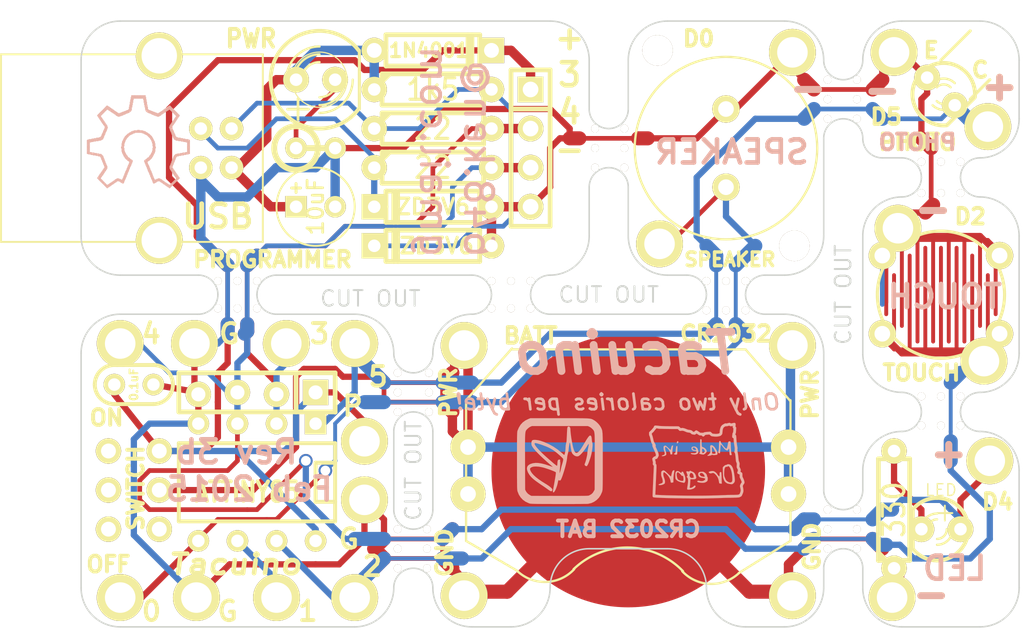
<source format=kicad_pcb>
(kicad_pcb (version 3) (host pcbnew "(2013-07-07 BZR 4022)-stable")
  (layers (15 F.Cu signal) (0 B.Cu signal) (18 B.Paste user hide) (19 F.Paste user) (20 B.SilkS user) (21 F.SilkS user hide) (22 B.Mask user) (23 F.Mask user hide) (28 Edge.Cuts user))
  (net 0 "")
  (net 1 +5V)
  (net 2 +BATT)
  (net 3 GND)
  (net 4 N-000001)
  (net 5 N-0000010)
  (net 6 N-0000011)
  (net 7 N-0000012)
  (net 8 N-0000013)
  (net 9 N-0000014)
  (net 10 N-0000015)
  (net 11 N-0000016)
  (net 12 N-000002)
  (net 13 N-000005)
  (net 14 N-000006)
  (module D3 (layer F.Cu) (at 129.54 104.775)
    (fp_text reference 1N4001 (at -0.254 0) (layer F.SilkS) (effects (font (size 0.889 0.889) (thickness 0.2032))))
    (fp_text value DIODE hide)
    (pad 2 thru_hole rect (at 3.81 0) (size 1.651 1.651) (drill 0.9652) (layers *.Cu *.Mask F.SilkS) (net 2 +BATT))
    (pad 1 thru_hole circle (at -3.81 0) (size 1.651 1.651) (drill 0.9652) (layers *.Cu *.Mask F.SilkS) (net 1 +5V))
  )
  (module SIL-4 (layer F.Cu) (at 118.11 127 180)
    (fp_text reference P1 hide)
    (fp_text value CONN_4 hide)
    (pad 1 thru_hole rect (at -3.81 0 180) (size 1.651 1.651) (drill 0.9144) (layers *.Cu F.SilkS F.Mask) (net 2 +BATT))
    (pad 2 thru_hole circle (at -1.27 -0.127 180) (size 1.651 1.651) (drill 0.9144) (layers *.Cu F.SilkS F.Mask) (net 9 N-0000014))
    (pad 3 thru_hole circle (at 1.27 0 180) (size 1.651 1.651) (drill 0.9144) (layers *.Cu F.SilkS F.Mask) (net 6 N-0000011))
    (pad 4 thru_hole circle (at 3.81 -0.127 180) (size 1.651 1.651) (drill 0.9144) (layers *.Cu F.SilkS F.Mask) (net 3 GND))
  )
  (module SW_SPST (layer F.Cu) (at 111.76 133.35)
    (fp_text reference SW2 hide)
    (fp_text value ON (at -3.429 -4.699) (layer F.SilkS) (effects (font (size 1.016 1.016) (thickness 0.254))))
    (pad 2 thru_hole circle (at 0 0) (size 1.651 1.651) (drill 0.9652) (layers *.Cu *.Mask F.SilkS) (net 4 N-000001))
    (pad 1 thru_hole circle (at 0 -2.54) (size 1.651 1.651) (drill 0.9652) (layers *.Cu *.Mask F.SilkS) (net 2 +BATT))
    (pad 3 thru_hole circle (at 0 2.54) (size 1.651 1.651) (drill 0.9652) (layers *.Cu *.Mask F.SilkS))
    (pad 3 thru_hole circle (at -3.302 -2.54) (size 1.651 1.651) (drill 0.9652) (layers *.Cu *.Mask F.SilkS))
    (pad 3 thru_hole circle (at -3.302 0) (size 1.651 1.651) (drill 0.9652) (layers *.Cu *.Mask F.SilkS))
    (pad 3 thru_hole circle (at -3.302 2.54) (size 1.651 1.651) (drill 0.9652) (layers *.Cu *.Mask F.SilkS))
  )
  (module SIL-4 (layer F.Cu) (at 135.89 111.125 270)
    (fp_text reference P2 hide)
    (fp_text value CONN_4 hide)
    (pad 1 thru_hole rect (at -3.81 0 270) (size 1.6764 1.6764) (drill 1.016) (layers *.Cu *.Mask F.SilkS) (net 2 +BATT))
    (pad 2 thru_hole circle (at -1.27 0 270) (size 1.6764 1.6764) (drill 1.016) (layers *.Cu *.Mask F.SilkS) (net 9 N-0000014))
    (pad 3 thru_hole circle (at 1.27 0 270) (size 1.6764 1.6764) (drill 1.016) (layers *.Cu *.Mask F.SilkS) (net 6 N-0000011))
    (pad 4 thru_hole circle (at 3.81 0 270) (size 1.6764 1.6764) (drill 1.016) (layers *.Cu *.Mask F.SilkS) (net 3 GND))
  )
  (module C1 (layer F.Cu) (at 110.109 126.492)
    (fp_text reference C1 hide)
    (fp_text value 0.1uF (at 0 0 90) (layer F.SilkS) (effects (font (size 0.508 0.508) (thickness 0.127))))
    (pad 1 thru_hole circle (at -1.27 0) (size 1.397 1.397) (drill 0.8128) (layers *.Cu *.Mask F.SilkS) (net 2 +BATT))
    (pad 2 thru_hole circle (at 1.27 0) (size 1.397 1.397) (drill 0.8128) (layers *.Cu *.Mask F.SilkS) (net 3 GND))
  )
  (module SW_PUSH_TOUCH (layer F.Cu) (at 162.56 120.65 180)
    (fp_text reference SW1 hide)
    (fp_text value TOUCH (at 1.27 -5.08 180) (layer F.SilkS) (effects (font (size 1.016 1.016) (thickness 0.254))))
    (fp_line (start 3.556 2.032) (end 3.556 -1.27) (layer F.Cu) (width 0.254))
    (fp_line (start -3.556 2.032) (end -3.556 -1.27) (layer F.Cu) (width 0.254))
    (fp_line (start 3.556 2.032) (end 3.556 -0.508) (layer F.Cu) (width 0.254))
    (fp_line (start 3.048 -2.286) (end 3.048 1.27) (layer F.Cu) (width 0.254))
    (fp_line (start -3.048 -2.54) (end -3.048 1.27) (layer F.Cu) (width 0.254))
    (fp_line (start -2.54 3.556) (end -2.54 -2.032) (layer F.Cu) (width 0.254))
    (fp_line (start 2.54 3.556) (end 2.54 -2.032) (layer F.Cu) (width 0.254))
    (fp_line (start -2.032 -3.556) (end -2.032 2.54) (layer F.Cu) (width 0.254))
    (fp_line (start 2.032 -3.556) (end 2.032 2.54) (layer F.Cu) (width 0.254))
    (fp_line (start -1.524 3.556) (end -1.524 -3.048) (layer F.Cu) (width 0.254))
    (fp_line (start 1.524 3.556) (end 1.524 -3.048) (layer F.Cu) (width 0.254))
    (fp_line (start 1.016 -3.556) (end 1.016 3.048) (layer F.Cu) (width 0.254))
    (fp_line (start -1.016 -3.556) (end -1.016 3.048) (layer F.Cu) (width 0.254))
    (fp_line (start -0.508 3.556) (end -0.508 -3.048) (layer F.Cu) (width 0.254))
    (fp_line (start 0.508 3.556) (end 0.508 -3.048) (layer F.Cu) (width 0.254))
    (fp_line (start 0 -3.556) (end 0 3.048) (layer F.Cu) (width 0.254))
    (fp_line (start -3.302 -3.048) (end -2.794 -3.556) (layer F.Cu) (width 0.254))
    (fp_line (start -2.794 -3.556) (end 3.048 -3.556) (layer F.Cu) (width 0.254))
    (fp_line (start 3.048 -3.556) (end 3.556 -3.048) (layer F.Cu) (width 0.254))
    (fp_line (start -3.556 3.048) (end -3.048 3.556) (layer F.Cu) (width 0.254))
    (fp_line (start -3.048 3.556) (end 2.794 3.556) (layer F.Cu) (width 0.254))
    (fp_line (start 2.794 3.556) (end 3.302 3.048) (layer F.Cu) (width 0.254))
    (pad 1 thru_hole circle (at 3.81 -2.54 180) (size 1.778 1.778) (drill 1.016) (layers *.Cu *.Mask F.SilkS) (net 12 N-000002))
    (pad 2 thru_hole circle (at 3.81 2.54 180) (size 1.778 1.778) (drill 1.016) (layers *.Cu *.Mask F.SilkS) (net 3 GND))
    (pad 1 thru_hole circle (at -3.81 -2.54 180) (size 1.778 1.778) (drill 1.016) (layers *.Cu *.Mask F.SilkS) (net 12 N-000002))
    (pad 2 thru_hole circle (at -3.81 2.54 180) (size 1.778 1.778) (drill 1.016) (layers *.Cu *.Mask F.SilkS) (net 3 GND))
  )
  (module SPEAKER (layer F.Cu) (at 148.59 111.125)
    (fp_text reference SP1 hide)
    (fp_text value SPEAKER (at 0.254 7.239) (layer F.SilkS) (effects (font (size 0.889 0.889) (thickness 0.22225))))
    (pad 2 thru_hole circle (at 0 2.54) (size 1.778 1.778) (drill 1.016) (layers *.Cu *.Mask F.SilkS) (net 7 N-0000012))
    (pad 1 thru_hole circle (at 0 -2.54) (size 1.778 1.778) (drill 1.016) (layers *.Cu *.Mask F.SilkS) (net 3 GND))
  )
  (module USB_B (layer F.Cu) (at 111.76 111.125 270)
    (fp_text reference J1 hide)
    (fp_text value USB (at 4.445 -3.81 360) (layer F.SilkS) (effects (font (size 1.524 1.524) (thickness 0.3048))))
    (pad 1 thru_hole circle (at 1.27 -4.699 270) (size 1.524 1.524) (drill 0.8128) (layers *.Cu *.Mask F.SilkS) (net 1 +5V))
    (pad 2 thru_hole circle (at -1.27 -4.699 270) (size 1.524 1.524) (drill 0.8128) (layers *.Cu *.Mask F.SilkS) (net 5 N-0000010))
    (pad 3 thru_hole circle (at -1.27 -2.70002 270) (size 1.524 1.524) (drill 0.8128) (layers *.Cu *.Mask F.SilkS) (net 10 N-0000015))
    (pad 4 thru_hole circle (at 1.27 -2.70002 270) (size 1.524 1.524) (drill 0.8128) (layers *.Cu *.Mask F.SilkS) (net 3 GND))
    (pad 5 thru_hole circle (at 5.99948 0 270) (size 3.048 3.048) (drill 2.30124) (layers *.Cu *.Mask F.SilkS))
    (pad 6 thru_hole circle (at -5.99948 0 270) (size 3.048 3.048) (drill 2.30124) (layers *.Cu *.Mask F.SilkS))
  )
  (module DIP-8__300 (layer F.Cu) (at 118.11 132.842 180)
    (fp_text reference IC1 hide)
    (fp_text value ATTINY85 (at 0.635 -0.635 180) (layer F.SilkS) (effects (font (size 1.27 1.016) (thickness 0.254))))
    (pad 1 thru_hole rect (at -3.81 3.81 180) (size 1.397 1.397) (drill 0.8128) (layers *.Cu *.Mask F.SilkS) (net 13 N-000005))
    (pad 2 thru_hole circle (at -1.27 3.81 180) (size 1.397 1.397) (drill 0.8128) (layers *.Cu *.Mask F.SilkS) (net 9 N-0000014))
    (pad 3 thru_hole circle (at 1.27 3.81 180) (size 1.397 1.397) (drill 0.8128) (layers *.Cu *.Mask F.SilkS) (net 6 N-0000011))
    (pad 4 thru_hole circle (at 3.81 3.81 180) (size 1.397 1.397) (drill 0.8128) (layers *.Cu *.Mask F.SilkS) (net 3 GND))
    (pad 5 thru_hole circle (at 3.81 -3.81 180) (size 1.397 1.397) (drill 0.8128) (layers *.Cu *.Mask F.SilkS) (net 7 N-0000012))
    (pad 6 thru_hole circle (at 1.27 -3.81 180) (size 1.397 1.397) (drill 0.8128) (layers *.Cu *.Mask F.SilkS) (net 8 N-0000013))
    (pad 7 thru_hole circle (at -1.27 -3.81 180) (size 1.397 1.397) (drill 0.8128) (layers *.Cu *.Mask F.SilkS) (net 12 N-000002))
    (pad 8 thru_hole circle (at -3.81 -3.81 180) (size 1.397 1.397) (drill 0.8128) (layers *.Cu *.Mask F.SilkS) (net 2 +BATT))
  )
  (module D3 (layer F.Cu) (at 129.54 117.475 180)
    (fp_text reference D5 hide)
    (fp_text value ZD3V6 (at -0.254 0 180) (layer F.SilkS) (effects (font (size 1.016 1.016) (thickness 0.2032))))
    (pad 2 thru_hole rect (at 3.81 0 180) (size 1.651 1.651) (drill 0.8128) (layers *.Cu *.Mask F.SilkS) (net 5 N-0000010))
    (pad 1 thru_hole circle (at -3.81 0 180) (size 1.651 1.651) (drill 0.8128) (layers *.Cu *.Mask F.SilkS) (net 3 GND))
  )
  (module MadeInOregonRev25 (layer F.Cu) (at 146.685 131.445)
    (fp_text reference VAL hide)
    (fp_text value MadeInOregonRev25 hide)
  )
  (module R3-LARGE_PADS (layer F.Cu) (at 129.54 107.315)
    (fp_text reference R2 hide)
    (fp_text value 1k5 (at 0 0) (layer F.SilkS) (effects (font (size 1.397 1.27) (thickness 0.2032))))
    (pad 1 thru_hole circle (at -3.81 0) (size 1.651 1.651) (drill 0.8128) (layers *.Cu *.Mask F.SilkS) (net 1 +5V))
    (pad 2 thru_hole circle (at 3.81 0) (size 1.651 1.651) (drill 0.8128) (layers *.Cu *.Mask F.SilkS) (net 5 N-0000010))
  )
  (module R3-LARGE_PADS (layer F.Cu) (at 129.54 112.395)
    (fp_text reference R3 hide)
    (fp_text value 22 (at 0 0) (layer F.SilkS) (effects (font (size 1.397 1.27) (thickness 0.2032))))
    (pad 1 thru_hole circle (at -3.81 0) (size 1.651 1.651) (drill 0.8128) (layers *.Cu *.Mask F.SilkS) (net 10 N-0000015))
    (pad 2 thru_hole circle (at 3.81 0) (size 1.651 1.651) (drill 0.8128) (layers *.Cu *.Mask F.SilkS) (net 6 N-0000011))
  )
  (module R3-LARGE_PADS (layer F.Cu) (at 129.54 109.855)
    (fp_text reference R4 hide)
    (fp_text value 22 (at 0 0) (layer F.SilkS) (effects (font (size 1.397 1.27) (thickness 0.2032))))
    (pad 1 thru_hole circle (at -3.81 0) (size 1.651 1.651) (drill 0.8128) (layers *.Cu *.Mask F.SilkS) (net 5 N-0000010))
    (pad 2 thru_hole circle (at 3.81 0) (size 1.651 1.651) (drill 0.8128) (layers *.Cu *.Mask F.SilkS) (net 9 N-0000014))
  )
  (module R3-LARGE_PADS (layer F.Cu) (at 159.512 134.62 90)
    (fp_text reference R1 hide)
    (fp_text value 330 (at 0 0 90) (layer F.SilkS) (effects (font (size 1.397 1.27) (thickness 0.2032))))
    (pad 1 thru_hole circle (at -3.81 0 90) (size 1.651 1.651) (drill 0.8128) (layers *.Cu *.Mask F.SilkS) (net 3 GND))
    (pad 2 thru_hole circle (at 3.81 0 90) (size 1.651 1.651) (drill 0.8128) (layers *.Cu *.Mask F.SilkS) (net 11 N-0000016))
  )
  (module C1V5 (layer F.Cu) (at 121.92 114.935)
    (fp_text reference C2 hide)
    (fp_text value 10uF (at 0 0 90) (layer F.SilkS) (effects (font (size 1.016 1.016) (thickness 0.1778))))
    (fp_text user + (at -1.27 -1.27) (layer F.SilkS) (effects (font (size 0.762 0.762) (thickness 0.2032))))
    (pad 1 thru_hole rect (at -1.27 0) (size 1.397 1.397) (drill 0.8128) (layers *.Cu *.Mask F.SilkS) (net 1 +5V))
    (pad 2 thru_hole circle (at 1.27 0) (size 1.397 1.397) (drill 0.8128) (layers *.Cu *.Mask F.SilkS) (net 3 GND))
  )
  (module BATT_CR2032 (layer F.Cu) (at 142.24 132.08)
    (fp_text reference BT1 hide)
    (fp_text value BATTERY hide)
    (pad 1 thru_hole circle (at -10.414 1.524) (size 2.286 2.286) (drill 1.016) (layers *.Cu *.Mask F.SilkS) (net 4 N-000001))
    (pad 1 thru_hole circle (at 10.414 1.524) (size 2.286 2.286) (drill 1.016) (layers *.Cu *.Mask F.SilkS) (net 4 N-000001))
    (pad 1 thru_hole circle (at -10.414 -1.524) (size 2.286 2.286) (drill 1.016) (layers *.Cu *.Mask F.SilkS) (net 4 N-000001))
    (pad 1 thru_hole circle (at 10.414 -1.524) (size 2.286 2.286) (drill 1.016) (layers *.Cu *.Mask F.SilkS) (net 4 N-000001))
    (pad 2 smd circle (at 0 0) (size 17.78 17.78) (layers F.Cu F.Paste F.Mask) (net 3 GND))
  )
  (module 1pin-Sew-thin (layer F.Cu) (at 125.095 133.985 90)
    (fp_text reference PDGND1 hide)
    (fp_text value G (at -2.54 -1.016 180) (layer F.SilkS) (effects (font (size 1.27 1.27) (thickness 0.254))))
    (pad 1 thru_hole circle (at 0 0 90) (size 3.048 3.048) (drill 1.984375) (layers *.Cu *.Mask F.SilkS) (net 3 GND))
  )
  (module 1pin-Sew-thin (layer F.Cu) (at 124.46 123.825 90)
    (fp_text reference PD5 hide)
    (fp_text value 5 (at -2.159 1.524 180) (layer F.SilkS) (effects (font (size 1.27 1.27) (thickness 0.254))))
    (pad 1 thru_hole circle (at 0 0 90) (size 3.048 3.048) (drill 1.984375) (layers *.Cu *.Mask F.SilkS) (net 13 N-000005))
  )
  (module 1pin-Sew-thin (layer F.Cu) (at 119.38 140.335 90)
    (fp_text reference PD1 hide)
    (fp_text value 1 (at -0.889 2.032 180) (layer F.SilkS) (effects (font (size 1.27 1.27) (thickness 0.254))))
    (pad 1 thru_hole circle (at 0 0 90) (size 3.048 3.048) (drill 1.984375) (layers *.Cu *.Mask F.SilkS) (net 8 N-0000013))
  )
  (module 1pin-Sew-thin (layer F.Cu) (at 109.22 140.335 90)
    (fp_text reference PD0 hide)
    (fp_text value 0 (at -0.889 2.032 180) (layer F.SilkS) (effects (font (size 1.27 1.27) (thickness 0.254))))
    (pad 1 thru_hole circle (at 0 0 90) (size 3.048 3.048) (drill 1.984375) (layers *.Cu *.Mask F.SilkS) (net 7 N-0000012))
  )
  (module 1pin-Sew-thin (layer F.Cu) (at 124.46 140.335 90)
    (fp_text reference PD2 hide)
    (fp_text value 2 (at 2.032 1.143 180) (layer F.SilkS) (effects (font (size 1.27 1.27) (thickness 0.254))))
    (pad 1 thru_hole circle (at 0 0 90) (size 3.048 3.048) (drill 1.984375) (layers *.Cu *.Mask F.SilkS) (net 12 N-000002))
  )
  (module 1pin-Sew-thin (layer F.Cu) (at 165.608 109.728)
    (fp_text reference P_2 hide)
    (fp_text value " " hide)
    (pad 1 thru_hole circle (at 0 0) (size 3.048 3.048) (drill 1.984375) (layers *.Cu *.Mask F.SilkS) (net 13 N-000005))
  )
  (module 1pin-Sew-thin (layer F.Cu) (at 159.512 104.902)
    (fp_text reference P_1 hide)
    (fp_text value " " hide)
    (pad 1 thru_hole circle (at 0 0) (size 3.048 3.048) (drill 1.984375) (layers *.Cu *.Mask F.SilkS) (net 3 GND))
  )
  (module 1pin-Sew-thin (layer F.Cu) (at 165.735 131.445 90)
    (fp_text reference L1_C2 hide)
    (fp_text value " " (at 0 2.794 90) (layer F.SilkS) (effects (font (size 1.016 1.016) (thickness 0.254))))
    (pad 1 thru_hole circle (at 0 0 90) (size 3.048 3.048) (drill 1.984375) (layers *.Cu *.Mask F.SilkS) (net 6 N-0000011))
  )
  (module 1pin-Sew-thin (layer F.Cu) (at 159.385 140.335 90)
    (fp_text reference L1_C1 hide)
    (fp_text value " " (at 0 2.54 90) (layer F.SilkS) (effects (font (size 1.016 1.016) (thickness 0.254))))
    (pad 1 thru_hole circle (at 0 0 90) (size 3.048 3.048) (drill 1.984375) (layers *.Cu *.Mask F.SilkS) (net 3 GND))
  )
  (module 1pin-Sew-thin (layer F.Cu) (at 165.354 124.968)
    (fp_text reference S_C2 hide)
    (fp_text value " " hide)
    (pad 1 thru_hole circle (at 0 0) (size 3.048 3.048) (drill 1.984375) (layers *.Cu *.Mask F.SilkS) (net 12 N-000002))
  )
  (module 1pin-Sew-thin (layer F.Cu) (at 144.272 117.348)
    (fp_text reference S_C1 hide)
    (fp_text value " " hide)
    (pad 1 thru_hole circle (at 0 0) (size 3.048 3.048) (drill 1.984375) (layers *.Cu *.Mask F.SilkS) (net 7 N-0000012))
  )
  (module 1pin-Sew-thin (layer F.Cu) (at 152.908 104.902)
    (fp_text reference B_C2 hide)
    (fp_text value CONN_1 hide)
    (pad 1 thru_hole circle (at 0 0) (size 3.048 3.048) (drill 1.984375) (layers *.Cu *.Mask F.SilkS) (net 3 GND))
  )
  (module 1pin-Sew-thin (layer F.Cu) (at 159.766 116.332)
    (fp_text reference B_C1 hide)
    (fp_text value " " hide)
    (pad 1 thru_hole circle (at 0 0) (size 3.048 3.048) (drill 1.984375) (layers *.Cu *.Mask F.SilkS) (net 3 GND))
  )
  (module 1pin-Sew-thin (layer F.Cu) (at 131.572 140.208)
    (fp_text reference B_N1 hide)
    (fp_text value GND (at -1.27 -2.794 90) (layer F.SilkS) (effects (font (size 1.016 1.016) (thickness 0.254))))
    (pad 1 thru_hole circle (at 0 0) (size 3.048 3.048) (drill 1.984375) (layers *.Cu *.Mask F.SilkS) (net 3 GND))
  )
  (module 1pin-Sew-thin (layer F.Cu) (at 152.908 140.208)
    (fp_text reference B_N2 hide)
    (fp_text value GND (at 1.27 -3.175 90) (layer F.SilkS) (effects (font (size 1.016 1.016) (thickness 0.254))))
    (pad 1 thru_hole circle (at 0 0) (size 3.048 3.048) (drill 1.984375) (layers *.Cu *.Mask F.SilkS) (net 3 GND))
  )
  (module 1pin-Sew-thin (layer F.Cu) (at 131.572 123.952)
    (fp_text reference B_P2 hide)
    (fp_text value PWR (at -1.016 3.048 90) (layer F.SilkS) (effects (font (size 1.016 1.016) (thickness 0.254))))
    (pad 1 thru_hole circle (at 0 0) (size 3.048 3.048) (drill 1.984375) (layers *.Cu *.Mask F.SilkS) (net 4 N-000001))
  )
  (module 1pin-Sew-thin (layer F.Cu) (at 114.046 123.825 90)
    (fp_text reference PDGND2 hide)
    (fp_text value " G" (at 0.635 1.778 180) (layer F.SilkS) (effects (font (size 1.27 1.27) (thickness 0.254))))
    (pad 1 thru_hole circle (at 0 0 90) (size 3.048 3.048) (drill 1.984375) (layers *.Cu *.Mask F.SilkS) (net 3 GND))
  )
  (module LED-3MM (layer F.Cu) (at 162.56 107.442 315)
    (fp_text reference Q1 hide)
    (fp_text value PHOTO hide)
    (pad 1 thru_hole circle (at -1.27 0 315) (size 1.6764 1.6764) (drill 0.8128) (layers *.Cu *.Mask F.SilkS) (net 3 GND))
    (pad 2 thru_hole circle (at 1.27 0) (size 1.6764 1.6764) (drill 0.8128) (layers *.Cu *.Mask F.SilkS) (net 13 N-000005))
  )
  (module MB225rev (layer F.Cu) (at 137.795 131.445)
    (fp_text reference VAL hide)
    (fp_text value MB225rev hide)
  )
  (module OSHW_r_silk_23 (layer F.Cu) (at 107.061 107.696)
    (fp_text reference OSHW_r_silk_23 hide)
    (fp_text value "" (at 0 0) (layer F.SilkS) (effects (font (size 1.524 1.524))))
  )
  (module 3hole_mousebite (layer F.Cu) (at 116.84 121.92)
    (fp_text reference p hide)
    (fp_text value P hide)
    (pad "" thru_hole circle (at 0 -0.381) (size 0.508 0.508) (drill 0.508) (layers *.Cu *.Mask F.SilkS))
    (pad 1 thru_hole circle (at -1.27 -0.381) (size 0.508 0.508) (drill 0.508) (layers *.Cu *.Mask F.SilkS))
    (pad 2 thru_hole circle (at 1.27 -0.381) (size 0.508 0.508) (drill 0.508) (layers *.Cu *.Mask F.SilkS))
  )
  (module 3hole_mousebite (layer F.Cu) (at 116.84 119.38 180)
    (fp_text reference p hide)
    (fp_text value P hide)
    (pad "" thru_hole circle (at 0 -0.381 180) (size 0.508 0.508) (drill 0.508) (layers *.Cu *.Mask F.SilkS))
    (pad 1 thru_hole circle (at -1.27 -0.381 180) (size 0.508 0.508) (drill 0.508) (layers *.Cu *.Mask F.SilkS))
    (pad 2 thru_hole circle (at 1.27 -0.381 180) (size 0.508 0.508) (drill 0.508) (layers *.Cu *.Mask F.SilkS))
  )
  (module 078hole (layer F.Cu) (at 153.035 117.475)
    (fp_text reference HOLE_1 hide)
    (fp_text value CONN_1 hide)
    (pad "" thru_hole circle (at 0 0) (size 1.984375 1.984375) (drill 1.984375) (layers *.Cu F.SilkS))
  )
  (module 078hole (layer F.Cu) (at 144.145 104.775)
    (fp_text reference HOLE_2 hide)
    (fp_text value CONN_1 hide)
    (pad "" thru_hole circle (at 0 0) (size 1.984375 1.984375) (drill 1.984375) (layers *.Cu F.SilkS))
  )
  (module 1pin-Sew-thin (layer F.Cu) (at 152.908 123.952)
    (fp_text reference B_P1 hide)
    (fp_text value PWR (at 1.143 3.175 90) (layer F.SilkS) (effects (font (size 1.016 1.016) (thickness 0.254))))
    (pad 1 thru_hole circle (at 0 0) (size 3.048 3.048) (drill 1.984375) (layers *.Cu *.Mask F.SilkS) (net 4 N-000001))
  )
  (module D3 (layer F.Cu) (at 129.54 114.935 180)
    (fp_text reference D3 hide)
    (fp_text value ZD3V6 (at 0 0 180) (layer F.SilkS) (effects (font (size 1.016 1.016) (thickness 0.2032))))
    (pad 2 thru_hole rect (at 3.81 0 180) (size 1.651 1.651) (drill 0.8128) (layers *.Cu *.Mask F.SilkS) (net 10 N-0000015))
    (pad 1 thru_hole circle (at -3.81 0 180) (size 1.651 1.651) (drill 0.8128) (layers *.Cu *.Mask F.SilkS) (net 3 GND))
  )
  (module 3hole_mousebite (layer F.Cu) (at 134.62 121.92)
    (fp_text reference p hide)
    (fp_text value P hide)
    (pad "" thru_hole circle (at 0 -0.381) (size 0.508 0.508) (drill 0.508) (layers *.Cu *.Mask F.SilkS))
    (pad 1 thru_hole circle (at -1.27 -0.381) (size 0.508 0.508) (drill 0.508) (layers *.Cu *.Mask F.SilkS))
    (pad 2 thru_hole circle (at 1.27 -0.381) (size 0.508 0.508) (drill 0.508) (layers *.Cu *.Mask F.SilkS))
  )
  (module 3hole_mousebite (layer F.Cu) (at 134.62 119.38 180)
    (fp_text reference p hide)
    (fp_text value P hide)
    (pad "" thru_hole circle (at 0 -0.381 180) (size 0.508 0.508) (drill 0.508) (layers *.Cu *.Mask F.SilkS))
    (pad 1 thru_hole circle (at -1.27 -0.381 180) (size 0.508 0.508) (drill 0.508) (layers *.Cu *.Mask F.SilkS))
    (pad 2 thru_hole circle (at 1.27 -0.381 180) (size 0.508 0.508) (drill 0.508) (layers *.Cu *.Mask F.SilkS))
  )
  (module 3hole_mousebite (layer F.Cu) (at 148.59 119.38 180)
    (fp_text reference p hide)
    (fp_text value P hide)
    (pad "" thru_hole circle (at 0 -0.381 180) (size 0.508 0.508) (drill 0.508) (layers *.Cu *.Mask F.SilkS))
    (pad 1 thru_hole circle (at -1.27 -0.381 180) (size 0.508 0.508) (drill 0.508) (layers *.Cu *.Mask F.SilkS))
    (pad 2 thru_hole circle (at 1.27 -0.381 180) (size 0.508 0.508) (drill 0.508) (layers *.Cu *.Mask F.SilkS))
  )
  (module 3hole_mousebite (layer F.Cu) (at 148.59 121.285 180)
    (fp_text reference p hide)
    (fp_text value P hide)
    (pad "" thru_hole circle (at 0 -0.381 180) (size 0.508 0.508) (drill 0.508) (layers *.Cu *.Mask F.SilkS))
    (pad 1 thru_hole circle (at -1.27 -0.381 180) (size 0.508 0.508) (drill 0.508) (layers *.Cu *.Mask F.SilkS))
    (pad 2 thru_hole circle (at 1.27 -0.381 180) (size 0.508 0.508) (drill 0.508) (layers *.Cu *.Mask F.SilkS))
  )
  (module 3hole_mousebite (layer F.Cu) (at 139.7 111.125 270)
    (fp_text reference p hide)
    (fp_text value P hide)
    (pad "" thru_hole circle (at 0 -0.381 270) (size 0.508 0.508) (drill 0.508) (layers *.Cu *.Mask F.SilkS))
    (pad 1 thru_hole circle (at -1.27 -0.381 270) (size 0.508 0.508) (drill 0.508) (layers *.Cu *.Mask F.SilkS))
    (pad 2 thru_hole circle (at 1.27 -0.381 270) (size 0.508 0.508) (drill 0.508) (layers *.Cu *.Mask F.SilkS))
  )
  (module 3hole_mousebite (layer F.Cu) (at 141.605 111.125 270)
    (fp_text reference p hide)
    (fp_text value P hide)
    (pad "" thru_hole circle (at 0 -0.381 270) (size 0.508 0.508) (drill 0.508) (layers *.Cu *.Mask F.SilkS))
    (pad 1 thru_hole circle (at -1.27 -0.381 270) (size 0.508 0.508) (drill 0.508) (layers *.Cu *.Mask F.SilkS))
    (pad 2 thru_hole circle (at 1.27 -0.381 270) (size 0.508 0.508) (drill 0.508) (layers *.Cu *.Mask F.SilkS))
  )
  (module 3hole_mousebite (layer F.Cu) (at 162.56 113.665 180)
    (fp_text reference p hide)
    (fp_text value P hide)
    (pad "" thru_hole circle (at 0 -0.381 180) (size 0.508 0.508) (drill 0.508) (layers *.Cu *.Mask F.SilkS))
    (pad 1 thru_hole circle (at -1.27 -0.381 180) (size 0.508 0.508) (drill 0.508) (layers *.Cu *.Mask F.SilkS))
    (pad 2 thru_hole circle (at 1.27 -0.381 180) (size 0.508 0.508) (drill 0.508) (layers *.Cu *.Mask F.SilkS))
  )
  (module 3hole_mousebite (layer F.Cu) (at 162.56 112.395)
    (fp_text reference p hide)
    (fp_text value P hide)
    (pad "" thru_hole circle (at 0 -0.381) (size 0.508 0.508) (drill 0.508) (layers *.Cu *.Mask F.SilkS))
    (pad 1 thru_hole circle (at -1.27 -0.381) (size 0.508 0.508) (drill 0.508) (layers *.Cu *.Mask F.SilkS))
    (pad 2 thru_hole circle (at 1.27 -0.381) (size 0.508 0.508) (drill 0.508) (layers *.Cu *.Mask F.SilkS))
  )
  (module 3hole_mousebite (layer F.Cu) (at 155.575 107.95 90)
    (fp_text reference p hide)
    (fp_text value P hide)
    (pad "" thru_hole circle (at 0 -0.381 90) (size 0.508 0.508) (drill 0.508) (layers *.Cu *.Mask F.SilkS))
    (pad 1 thru_hole circle (at -1.27 -0.381 90) (size 0.508 0.508) (drill 0.508) (layers *.Cu *.Mask F.SilkS))
    (pad 2 thru_hole circle (at 1.27 -0.381 90) (size 0.508 0.508) (drill 0.508) (layers *.Cu *.Mask F.SilkS))
  )
  (module 3hole_mousebite (layer F.Cu) (at 157.48 107.95 90)
    (fp_text reference p hide)
    (fp_text value P hide)
    (pad "" thru_hole circle (at 0 -0.381 90) (size 0.508 0.508) (drill 0.508) (layers *.Cu *.Mask F.SilkS))
    (pad 1 thru_hole circle (at -1.27 -0.381 90) (size 0.508 0.508) (drill 0.508) (layers *.Cu *.Mask F.SilkS))
    (pad 2 thru_hole circle (at 1.27 -0.381 90) (size 0.508 0.508) (drill 0.508) (layers *.Cu *.Mask F.SilkS))
  )
  (module 3hole_mousebite (layer F.Cu) (at 155.575 135.89 90)
    (fp_text reference p hide)
    (fp_text value P hide)
    (pad "" thru_hole circle (at 0 -0.381 90) (size 0.508 0.508) (drill 0.508) (layers *.Cu *.Mask F.SilkS))
    (pad 1 thru_hole circle (at -1.27 -0.381 90) (size 0.508 0.508) (drill 0.508) (layers *.Cu *.Mask F.SilkS))
    (pad 2 thru_hole circle (at 1.27 -0.381 90) (size 0.508 0.508) (drill 0.508) (layers *.Cu *.Mask F.SilkS))
  )
  (module 3hole_mousebite (layer F.Cu) (at 157.48 135.89 90)
    (fp_text reference p hide)
    (fp_text value P hide)
    (pad "" thru_hole circle (at 0 -0.381 90) (size 0.508 0.508) (drill 0.508) (layers *.Cu *.Mask F.SilkS))
    (pad 1 thru_hole circle (at -1.27 -0.381 90) (size 0.508 0.508) (drill 0.508) (layers *.Cu *.Mask F.SilkS))
    (pad 2 thru_hole circle (at 1.27 -0.381 90) (size 0.508 0.508) (drill 0.508) (layers *.Cu *.Mask F.SilkS))
  )
  (module 3hole_mousebite (layer F.Cu) (at 162.56 129.54)
    (fp_text reference p hide)
    (fp_text value P hide)
    (pad "" thru_hole circle (at 0 -0.381) (size 0.508 0.508) (drill 0.508) (layers *.Cu *.Mask F.SilkS))
    (pad 1 thru_hole circle (at -1.27 -0.381) (size 0.508 0.508) (drill 0.508) (layers *.Cu *.Mask F.SilkS))
    (pad 2 thru_hole circle (at 1.27 -0.381) (size 0.508 0.508) (drill 0.508) (layers *.Cu *.Mask F.SilkS))
  )
  (module 3hole_mousebite (layer F.Cu) (at 162.56 127.635)
    (fp_text reference p hide)
    (fp_text value P hide)
    (pad "" thru_hole circle (at 0 -0.381) (size 0.508 0.508) (drill 0.508) (layers *.Cu *.Mask F.SilkS))
    (pad 1 thru_hole circle (at -1.27 -0.381) (size 0.508 0.508) (drill 0.508) (layers *.Cu *.Mask F.SilkS))
    (pad 2 thru_hole circle (at 1.27 -0.381) (size 0.508 0.508) (drill 0.508) (layers *.Cu *.Mask F.SilkS))
  )
  (module R1 (layer F.Cu) (at 121.92 111.125)
    (fp_text reference R6 hide)
    (fp_text value 330 hide)
    (pad 1 thru_hole circle (at -1.27 0) (size 1.397 1.397) (drill 0.8128) (layers *.Cu *.Mask F.SilkS) (net 14 N-000006))
    (pad 2 thru_hole circle (at 1.27 0) (size 1.397 1.397) (drill 0.8128) (layers *.Cu *.Mask F.SilkS) (net 3 GND))
  )
  (module LED-5MM (layer F.Cu) (at 121.92 106.68)
    (fp_text reference D2 hide)
    (fp_text value PWR hide)
    (fp_text user + (at -1.143 1.778) (layer F.SilkS) (effects (font (size 1.778 1.778) (thickness 0.1778))))
    (pad 1 thru_hole circle (at -1.27 0) (size 1.6764 1.6764) (drill 0.8128) (layers *.Cu *.Mask F.SilkS) (net 1 +5V))
    (pad 2 thru_hole circle (at 1.27 0) (size 1.6764 1.6764) (drill 0.8128) (layers *.Cu *.Mask F.SilkS) (net 14 N-000006))
  )
  (module 3hole_mousebite (layer F.Cu) (at 127.635 137.16 90)
    (fp_text reference p hide)
    (fp_text value P hide)
    (pad "" thru_hole circle (at 0 -0.381 90) (size 0.508 0.508) (drill 0.508) (layers *.Cu *.Mask F.SilkS))
    (pad 1 thru_hole circle (at -1.27 -0.381 90) (size 0.508 0.508) (drill 0.508) (layers *.Cu *.Mask F.SilkS))
    (pad 2 thru_hole circle (at 1.27 -0.381 90) (size 0.508 0.508) (drill 0.508) (layers *.Cu *.Mask F.SilkS))
  )
  (module 3hole_mousebite (layer F.Cu) (at 129.54 137.16 90)
    (fp_text reference p hide)
    (fp_text value P hide)
    (pad "" thru_hole circle (at 0 -0.381 90) (size 0.508 0.508) (drill 0.508) (layers *.Cu *.Mask F.SilkS))
    (pad 1 thru_hole circle (at -1.27 -0.381 90) (size 0.508 0.508) (drill 0.508) (layers *.Cu *.Mask F.SilkS))
    (pad 2 thru_hole circle (at 1.27 -0.381 90) (size 0.508 0.508) (drill 0.508) (layers *.Cu *.Mask F.SilkS))
  )
  (module 3hole_mousebite (layer F.Cu) (at 127.635 127 90)
    (fp_text reference p hide)
    (fp_text value P hide)
    (pad "" thru_hole circle (at 0 -0.381 90) (size 0.508 0.508) (drill 0.508) (layers *.Cu *.Mask F.SilkS))
    (pad 1 thru_hole circle (at -1.27 -0.381 90) (size 0.508 0.508) (drill 0.508) (layers *.Cu *.Mask F.SilkS))
    (pad 2 thru_hole circle (at 1.27 -0.381 90) (size 0.508 0.508) (drill 0.508) (layers *.Cu *.Mask F.SilkS))
  )
  (module 3hole_mousebite (layer F.Cu) (at 128.905 127 270)
    (fp_text reference p hide)
    (fp_text value P hide)
    (pad "" thru_hole circle (at 0 -0.381 270) (size 0.508 0.508) (drill 0.508) (layers *.Cu *.Mask F.SilkS))
    (pad 1 thru_hole circle (at -1.27 -0.381 270) (size 0.508 0.508) (drill 0.508) (layers *.Cu *.Mask F.SilkS))
    (pad 2 thru_hole circle (at 1.27 -0.381 270) (size 0.508 0.508) (drill 0.508) (layers *.Cu *.Mask F.SilkS))
  )
  (module 1pin-Sew-thin (layer F.Cu) (at 125.095 130.175)
    (fp_text reference PDVCC1 hide)
    (fp_text value P (at -0.762 -2.286) (layer F.SilkS) (effects (font (size 1.27 1.27) (thickness 0.254))))
    (pad 1 thru_hole circle (at 0 0) (size 3.048 3.048) (drill 1.984375) (layers *.Cu *.Mask F.SilkS) (net 2 +BATT))
  )
  (module 1pin-Sew-thin (layer F.Cu) (at 114.173 140.335)
    (fp_text reference PDGND3 hide)
    (fp_text value G (at 2.032 0.889) (layer F.SilkS) (effects (font (size 1.27 1.27) (thickness 0.254))))
    (pad 1 thru_hole circle (at 0 0) (size 3.048 3.048) (drill 1.984375) (layers *.Cu *.Mask F.SilkS) (net 3 GND))
  )
  (module 1pin-Sew-thin (layer F.Cu) (at 120.015 123.825)
    (fp_text reference PD3 hide)
    (fp_text value 3 (at 2.159 -0.635) (layer F.SilkS) (effects (font (size 1.27 1.27) (thickness 0.254))))
    (pad 1 thru_hole circle (at 0 0) (size 3.048 3.048) (drill 1.984375) (layers *.Cu *.Mask F.SilkS) (net 9 N-0000014))
  )
  (module 1pin-Sew-thin (layer F.Cu) (at 109.22 123.825)
    (fp_text reference PD4 hide)
    (fp_text value " 4" (at 1.524 -0.635) (layer F.SilkS) (effects (font (size 1.27 1.27) (thickness 0.254))))
    (pad 1 thru_hole circle (at 0 0) (size 3.048 3.048) (drill 1.984375) (layers *.Cu *.Mask F.SilkS) (net 6 N-0000011))
  )
  (module LED-3MM (layer F.Cu) (at 162.56 135.89 180)
    (fp_text reference D4 hide)
    (fp_text value LED (at 0 2.54 180) (layer F.SilkS) (effects (font (size 0.762 0.762) (thickness 0.0889))))
    (fp_text user + (at -0.254 1.143 180) (layer F.SilkS) (effects (font (size 1.27 1.27) (thickness 0.127))))
    (pad 1 thru_hole circle (at -1.27 0 180) (size 1.6764 1.6764) (drill 0.8128) (layers *.Cu *.Mask F.SilkS) (net 6 N-0000011))
    (pad 2 thru_hole circle (at 1.27 0 180) (size 1.6764 1.6764) (drill 0.8128) (layers *.Cu *.Mask F.SilkS) (net 11 N-0000016))
  )
  (gr_text SWITCH (at 110.236 133.223 90) (layer F.SilkS) (effects (font (size 1.016 1.016) (thickness 0.254))))
  (gr_text OFF (at 108.458 138.176) (layer F.SilkS) (effects (font (size 1.016 1.016) (thickness 0.254))))
  (gr_text Tacuino (at 116.713 138.176) (layer F.SilkS) (effects (font (size 1.27 1.5) (thickness 0.3) italic)))
  (gr_text - (at 162.052 115.062) (layer F.SilkS) (effects (font (size 1.778 1.778) (thickness 0.4445)) (justify mirror)))
  (gr_text - (at 162.052 115.062) (layer B.SilkS) (effects (font (size 1.778 1.778) (thickness 0.4445)) (justify mirror)))
  (gr_text - (at 153.924 107.188) (layer F.SilkS) (effects (font (size 1.778 1.778) (thickness 0.4445)) (justify mirror)))
  (gr_text - (at 153.924 107.188) (layer B.SilkS) (effects (font (size 1.778 1.778) (thickness 0.4445)) (justify mirror)))
  (gr_line (start 167.64 105.41) (end 167.64 109.22) (angle 90) (layer Edge.Cuts) (width 0.1))
  (gr_arc (start 165.1 109.22) (end 167.64 109.22) (angle 90) (layer Edge.Cuts) (width 0.1))
  (gr_line (start 160.02 102.87) (end 165.1 102.87) (angle 90) (layer Edge.Cuts) (width 0.1))
  (gr_arc (start 160.02 105.41) (end 157.48 105.41) (angle 90) (layer Edge.Cuts) (width 0.1))
  (gr_text "648.ken@\ngmail.com" (at 131.064 118.364 270) (layer B.SilkS) (effects (font (size 1.778 1.778) (thickness 0.254)) (justify left mirror)))
  (gr_text SPEAKER (at 148.971 111.379) (layer B.SilkS) (effects (font (size 1.5 1.5) (thickness 0.3)) (justify mirror)))
  (gr_text PHOTO (at 161.036 110.744) (layer B.SilkS) (effects (font (size 1.016 1.016) (thickness 0.254)) (justify mirror)))
  (gr_text TOUCH (at 162.814 120.777) (layer B.SilkS) (effects (font (size 1.5 1.5) (thickness 0.3)) (justify mirror)))
  (gr_text LED (at 163.449 138.43) (layer B.SilkS) (effects (font (size 1.5 1.5) (thickness 0.3)) (justify mirror)))
  (gr_text - (at 161.925 140.335 180) (layer B.SilkS) (effects (font (size 1.778 1.778) (thickness 0.4445))))
  (gr_text + (at 163.068 130.937) (layer B.SilkS) (effects (font (size 1.778 1.778) (thickness 0.4445)) (justify mirror)))
  (gr_text + (at 166.37 107.315 180) (layer B.SilkS) (effects (font (size 1.778 1.778) (thickness 0.4445))))
  (gr_text - (at 158.75 107.315) (layer B.SilkS) (effects (font (size 1.778 1.778) (thickness 0.4445)) (justify mirror)))
  (gr_text "Only two calories per byte!" (at 141.605 127.635) (layer B.SilkS) (effects (font (size 1.016 1.016) (thickness 0.1778) italic) (justify mirror)))
  (gr_text CR2032 (at 148.59 123.19) (layer F.SilkS) (effects (font (size 1.016 1.016) (thickness 0.254))))
  (gr_text + (at 166.37 107.315 180) (layer F.SilkS) (effects (font (size 1.778 1.778) (thickness 0.4445))))
  (gr_text - (at 158.75 107.315) (layer F.SilkS) (effects (font (size 1.778 1.778) (thickness 0.4445)) (justify mirror)))
  (gr_text D4 (at 166.243 134.112) (layer F.SilkS) (effects (font (size 1.016 1.016) (thickness 0.254))))
  (gr_text D2 (at 164.465 115.57) (layer F.SilkS) (effects (font (size 1.016 1.016) (thickness 0.254))))
  (gr_text D5 (at 159.004 109.093) (layer F.SilkS) (effects (font (size 1.016 1.016) (thickness 0.254))))
  (gr_text D0 (at 146.812 104.013) (layer F.SilkS) (effects (font (size 1.016 1.016) (thickness 0.254))))
  (gr_text PWR (at 117.729 104.013) (layer F.SilkS) (effects (font (size 1.156005 1.03) (thickness 0.254))))
  (gr_text BATT (at 135.89 123.317) (layer F.SilkS) (effects (font (size 1.016 1.016) (thickness 0.254))))
  (gr_text PHOTO (at 161.036 110.744) (layer F.SilkS) (effects (font (size 1.016 1.016) (thickness 0.254))))
  (gr_line (start 164.465 107.95) (end 165.735 106.68) (angle 90) (layer F.SilkS) (width 0.2))
  (gr_line (start 162.56 105.41) (end 164.465 103.505) (angle 90) (layer F.SilkS) (width 0.2))
  (gr_arc (start 165.1 105.41) (end 165.1 102.87) (angle 90) (layer Edge.Cuts) (width 0.1))
  (gr_line (start 158.75 111.76) (end 160.02 111.76) (angle 90) (layer Edge.Cuts) (width 0.1))
  (gr_arc (start 158.75 110.49) (end 158.75 111.76) (angle 90) (layer Edge.Cuts) (width 0.1))
  (gr_line (start 106.68 105.41) (end 106.68 116.84) (angle 90) (layer Edge.Cuts) (width 0.1))
  (gr_line (start 139.7 108.585) (end 139.7 105.41) (angle 90) (layer Edge.Cuts) (width 0.1))
  (gr_line (start 142.24 108.585) (end 142.24 105.41) (angle 90) (layer Edge.Cuts) (width 0.1))
  (gr_line (start 139.7 116.84) (end 139.7 113.665) (angle 90) (layer Edge.Cuts) (width 0.1))
  (gr_line (start 142.24 116.84) (end 142.24 113.665) (angle 90) (layer Edge.Cuts) (width 0.1))
  (gr_arc (start 137.16 105.41) (end 137.16 102.87) (angle 90) (layer Edge.Cuts) (width 0.1))
  (gr_line (start 109.22 102.87) (end 137.16 102.87) (angle 90) (layer Edge.Cuts) (width 0.1))
  (gr_text "CR2032 BAT" (at 142.24 135.89) (layer B.SilkS) (effects (font (size 1.016 1.016) (thickness 0.254)) (justify mirror)))
  (gr_text Tacuino (at 142.24 124.46) (layer B.SilkS) (effects (font (size 2.54 2.54) (thickness 0.508) italic) (justify mirror)))
  (gr_text "CUT OUT" (at 156.21 120.65 90) (layer Edge.Cuts) (effects (font (size 1.016 1.016) (thickness 0.127))))
  (gr_text "CUT OUT" (at 140.97 120.65) (layer Edge.Cuts) (effects (font (size 1.016 1.016) (thickness 0.127))))
  (gr_text "CUT OUT" (at 128.27 132.08 90) (layer Edge.Cuts) (effects (font (size 1.016 1.016) (thickness 0.127))))
  (gr_arc (start 144.78 139.7) (end 144.78 137.16) (angle 90) (layer Edge.Cuts) (width 0.1))
  (gr_arc (start 149.86 139.7) (end 149.86 142.24) (angle 90) (layer Edge.Cuts) (width 0.1))
  (gr_arc (start 139.7 139.7) (end 137.16 139.7) (angle 90) (layer Edge.Cuts) (width 0.1))
  (gr_arc (start 134.62 139.7) (end 137.16 139.7) (angle 90) (layer Edge.Cuts) (width 0.1))
  (gr_text - (at 161.925 140.335 180) (layer F.SilkS) (effects (font (size 1.778 1.778) (thickness 0.4445))))
  (gr_text + (at 163.068 130.937) (layer F.SilkS) (effects (font (size 1.778 1.778) (thickness 0.4445)) (justify mirror)))
  (gr_text "CUT OUT" (at 125.476 120.904) (layer Edge.Cuts) (effects (font (size 1.016 1.016) (thickness 0.127))))
  (gr_line (start 144.78 119.38) (end 146.05 119.38) (angle 90) (layer Edge.Cuts) (width 0.1))
  (gr_text PROGRAMMER (at 119.126 118.364) (layer F.SilkS) (effects (font (size 1.016 1.016) (thickness 0.254))))
  (gr_text "+\n3\n4\n-" (at 138.43 107.569) (layer F.SilkS) (effects (font (size 1.5 1.5) (thickness 0.3))))
  (gr_line (start 106.68 124.46) (end 106.68 139.7) (angle 90) (layer Edge.Cuts) (width 0.1))
  (gr_text E (at 161.925 104.775) (layer F.SilkS) (effects (font (size 1.016 1.016) (thickness 0.254))))
  (gr_text "C\n" (at 165.1 106.045) (layer F.SilkS) (effects (font (size 1.016 1.016) (thickness 0.254))))
  (gr_line (start 151.13 121.92) (end 152.4 121.92) (angle 90) (layer Edge.Cuts) (width 0.1))
  (gr_line (start 137.16 121.92) (end 146.05 121.92) (angle 90) (layer Edge.Cuts) (width 0.1))
  (gr_line (start 119.38 119.38) (end 132.08 119.38) (angle 90) (layer Edge.Cuts) (width 0.1))
  (gr_line (start 127 129.54) (end 127 134.62) (angle 90) (layer Edge.Cuts) (width 0.1))
  (gr_line (start 129.54 129.54) (end 129.54 134.62) (angle 90) (layer Edge.Cuts) (width 0.1))
  (gr_line (start 132.08 142.24) (end 134.62 142.24) (angle 90) (layer Edge.Cuts) (width 0.1))
  (gr_line (start 139.7 137.16) (end 144.78 137.16) (angle 90) (layer Edge.Cuts) (width 0.1))
  (gr_line (start 149.86 142.24) (end 152.4 142.24) (angle 90) (layer Edge.Cuts) (width 0.1))
  (gr_line (start 144.78 102.87) (end 152.4 102.87) (angle 90) (layer Edge.Cuts) (width 0.1))
  (gr_arc (start 128.27 134.62) (end 129.54 134.62) (angle 90) (layer Edge.Cuts) (width 0.1))
  (gr_arc (start 128.27 134.62) (end 128.27 135.89) (angle 90) (layer Edge.Cuts) (width 0.1))
  (gr_arc (start 128.27 139.7) (end 127 139.7) (angle 90) (layer Edge.Cuts) (width 0.1))
  (gr_arc (start 128.27 139.7) (end 128.27 138.43) (angle 90) (layer Edge.Cuts) (width 0.1))
  (gr_line (start 152.4 119.38) (end 151.13 119.38) (angle 90) (layer Edge.Cuts) (width 0.1))
  (gr_arc (start 146.05 120.65) (end 147.32 120.65) (angle 90) (layer Edge.Cuts) (width 0.1))
  (gr_arc (start 146.05 120.65) (end 146.05 119.38) (angle 90) (layer Edge.Cuts) (width 0.1))
  (gr_arc (start 151.13 120.65) (end 151.13 121.92) (angle 90) (layer Edge.Cuts) (width 0.1))
  (gr_arc (start 151.13 120.65) (end 149.86 120.65) (angle 90) (layer Edge.Cuts) (width 0.1))
  (gr_arc (start 144.78 116.84) (end 144.78 119.38) (angle 90) (layer Edge.Cuts) (width 0.1))
  (gr_arc (start 137.16 120.65) (end 135.89 120.65) (angle 90) (layer Edge.Cuts) (width 0.1))
  (gr_arc (start 137.16 120.65) (end 137.16 121.92) (angle 90) (layer Edge.Cuts) (width 0.1))
  (gr_arc (start 132.08 120.65) (end 132.08 119.38) (angle 90) (layer Edge.Cuts) (width 0.1))
  (gr_arc (start 132.08 120.65) (end 133.35 120.65) (angle 90) (layer Edge.Cuts) (width 0.1))
  (gr_line (start 119.38 121.92) (end 124.46 121.92) (angle 90) (layer Edge.Cuts) (width 0.1))
  (gr_line (start 109.22 121.92) (end 114.3 121.92) (angle 90) (layer Edge.Cuts) (width 0.1))
  (gr_line (start 109.22 119.38) (end 114.3 119.38) (angle 90) (layer Edge.Cuts) (width 0.1))
  (gr_arc (start 140.97 113.665) (end 139.7 113.665) (angle 90) (layer Edge.Cuts) (width 0.1))
  (gr_arc (start 140.97 113.665) (end 140.97 112.395) (angle 90) (layer Edge.Cuts) (width 0.1))
  (gr_arc (start 140.97 108.585) (end 140.97 109.855) (angle 90) (layer Edge.Cuts) (width 0.1))
  (gr_arc (start 140.97 108.585) (end 142.24 108.585) (angle 90) (layer Edge.Cuts) (width 0.1))
  (gr_line (start 154.94 110.49) (end 154.94 116.84) (angle 90) (layer Edge.Cuts) (width 0.1))
  (gr_arc (start 156.21 110.49) (end 154.94 110.49) (angle 90) (layer Edge.Cuts) (width 0.1))
  (gr_arc (start 156.21 110.49) (end 156.21 109.22) (angle 90) (layer Edge.Cuts) (width 0.1))
  (gr_arc (start 156.21 105.41) (end 157.48 105.41) (angle 90) (layer Edge.Cuts) (width 0.1))
  (gr_arc (start 156.21 105.41) (end 156.21 106.68) (angle 90) (layer Edge.Cuts) (width 0.1))
  (gr_line (start 157.48 124.46) (end 157.48 116.84) (angle 90) (layer Edge.Cuts) (width 0.1))
  (gr_line (start 154.94 133.35) (end 154.94 124.46) (angle 90) (layer Edge.Cuts) (width 0.1))
  (gr_line (start 160.02 142.24) (end 165.1 142.24) (angle 90) (layer Edge.Cuts) (width 0.1))
  (gr_line (start 157.48 133.35) (end 157.48 132.08) (angle 90) (layer Edge.Cuts) (width 0.1))
  (gr_line (start 154.94 139.7) (end 154.94 138.43) (angle 90) (layer Edge.Cuts) (width 0.1))
  (gr_line (start 157.48 139.7) (end 157.48 138.43) (angle 90) (layer Edge.Cuts) (width 0.1))
  (gr_arc (start 156.21 138.43) (end 156.21 137.16) (angle 90) (layer Edge.Cuts) (width 0.1))
  (gr_arc (start 156.21 138.43) (end 154.94 138.43) (angle 90) (layer Edge.Cuts) (width 0.1))
  (gr_arc (start 156.21 133.35) (end 156.21 134.62) (angle 90) (layer Edge.Cuts) (width 0.1))
  (gr_arc (start 156.21 133.35) (end 157.48 133.35) (angle 90) (layer Edge.Cuts) (width 0.1))
  (gr_arc (start 128.27 129.54) (end 127 129.54) (angle 90) (layer Edge.Cuts) (width 0.1))
  (gr_arc (start 128.27 129.54) (end 128.27 128.27) (angle 90) (layer Edge.Cuts) (width 0.1))
  (gr_arc (start 128.27 124.46) (end 128.27 125.73) (angle 90) (layer Edge.Cuts) (width 0.1))
  (gr_arc (start 128.27 124.46) (end 129.54 124.46) (angle 90) (layer Edge.Cuts) (width 0.1))
  (gr_arc (start 119.38 120.65) (end 119.38 121.92) (angle 90) (layer Edge.Cuts) (width 0.1))
  (gr_arc (start 119.38 120.65) (end 118.11 120.65) (angle 90) (layer Edge.Cuts) (width 0.1))
  (gr_arc (start 114.3 120.65) (end 115.57 120.65) (angle 90) (layer Edge.Cuts) (width 0.1))
  (gr_arc (start 114.3 120.65) (end 114.3 119.38) (angle 90) (layer Edge.Cuts) (width 0.1))
  (gr_arc (start 160.02 113.03) (end 161.29 113.03) (angle 90) (layer Edge.Cuts) (width 0.1))
  (gr_arc (start 160.02 113.03) (end 160.02 111.76) (angle 90) (layer Edge.Cuts) (width 0.1))
  (gr_arc (start 165.1 113.03) (end 165.1 114.3) (angle 90) (layer Edge.Cuts) (width 0.1))
  (gr_arc (start 165.1 113.03) (end 163.83 113.03) (angle 90) (layer Edge.Cuts) (width 0.1))
  (gr_arc (start 165.1 128.27) (end 165.1 129.54) (angle 90) (layer Edge.Cuts) (width 0.1))
  (gr_arc (start 165.1 128.27) (end 163.83 128.27) (angle 90) (layer Edge.Cuts) (width 0.1))
  (gr_arc (start 160.02 128.27) (end 161.29 128.27) (angle 90) (layer Edge.Cuts) (width 0.1))
  (gr_arc (start 160.02 128.27) (end 160.02 127) (angle 90) (layer Edge.Cuts) (width 0.1))
  (gr_line (start 109.22 142.24) (end 124.46 142.24) (angle 90) (layer Edge.Cuts) (width 0.1))
  (gr_line (start 167.64 124.46) (end 167.64 116.84) (angle 90) (layer Edge.Cuts) (width 0.1))
  (gr_line (start 167.64 139.7) (end 167.64 132.08) (angle 90) (layer Edge.Cuts) (width 0.1))
  (gr_arc (start 124.46 124.46) (end 124.46 121.92) (angle 90) (layer Edge.Cuts) (width 0.1))
  (gr_arc (start 124.46 139.7) (end 127 139.7) (angle 90) (layer Edge.Cuts) (width 0.1))
  (gr_arc (start 109.22 139.7) (end 109.22 142.24) (angle 90) (layer Edge.Cuts) (width 0.1))
  (gr_arc (start 109.22 124.46) (end 106.68 124.46) (angle 90) (layer Edge.Cuts) (width 0.1))
  (gr_arc (start 109.22 105.41) (end 106.68 105.41) (angle 90) (layer Edge.Cuts) (width 0.1))
  (gr_arc (start 109.22 116.84) (end 109.22 119.38) (angle 90) (layer Edge.Cuts) (width 0.1))
  (gr_arc (start 137.16 116.84) (end 139.7 116.84) (angle 90) (layer Edge.Cuts) (width 0.1))
  (gr_arc (start 144.78 105.41) (end 142.24 105.41) (angle 90) (layer Edge.Cuts) (width 0.1))
  (gr_arc (start 152.4 116.84) (end 154.94 116.84) (angle 90) (layer Edge.Cuts) (width 0.1))
  (gr_arc (start 152.4 105.41) (end 152.4 102.87) (angle 90) (layer Edge.Cuts) (width 0.1))
  (gr_arc (start 160.02 124.46) (end 160.02 127) (angle 90) (layer Edge.Cuts) (width 0.1))
  (gr_arc (start 160.02 116.84) (end 157.48 116.84) (angle 90) (layer Edge.Cuts) (width 0.1))
  (gr_arc (start 165.1 116.84) (end 165.1 114.3) (angle 90) (layer Edge.Cuts) (width 0.1))
  (gr_arc (start 165.1 124.46) (end 167.64 124.46) (angle 90) (layer Edge.Cuts) (width 0.1))
  (gr_arc (start 160.02 132.08) (end 157.48 132.08) (angle 90) (layer Edge.Cuts) (width 0.1))
  (gr_arc (start 165.1 132.08) (end 165.1 129.54) (angle 90) (layer Edge.Cuts) (width 0.1))
  (gr_arc (start 165.1 139.7) (end 167.64 139.7) (angle 90) (layer Edge.Cuts) (width 0.1))
  (gr_arc (start 160.02 139.7) (end 160.02 142.24) (angle 90) (layer Edge.Cuts) (width 0.1))
  (gr_arc (start 152.4 124.46) (end 152.4 121.92) (angle 90) (layer Edge.Cuts) (width 0.1))
  (gr_arc (start 132.08 124.46) (end 129.54 124.46) (angle 90) (layer Edge.Cuts) (width 0.1))
  (gr_arc (start 132.08 139.7) (end 132.08 142.24) (angle 90) (layer Edge.Cuts) (width 0.1))
  (gr_arc (start 152.4 139.7) (end 154.94 139.7) (angle 90) (layer Edge.Cuts) (width 0.1))
  (gr_text "  Rev 3b\nFeb 2015" (at 123.19 132.08) (layer B.SilkS) (effects (font (size 1.5 1.5) (thickness 0.3)) (justify left mirror)))
  (segment (start 125.73 107.315) (end 125.73 104.775) (width 0.6096) (layer B.Cu) (net 1))
  (segment (start 125.73 104.775) (end 121.92 104.775) (width 0.6096) (layer B.Cu) (net 1))
  (segment (start 121.92 104.775) (end 120.65 106.045) (width 0.6096) (layer B.Cu) (net 1))
  (segment (start 120.65 106.045) (end 120.65 106.68) (width 0.6096) (layer B.Cu) (net 1))
  (segment (start 120.65 114.935) (end 118.999 114.935) (width 0.6096) (layer F.Cu) (net 1))
  (segment (start 118.999 114.935) (end 116.459 112.395) (width 0.6096) (layer F.Cu) (net 1))
  (segment (start 116.459 112.395) (end 116.84 112.395) (width 0.6096) (layer F.Cu) (net 1))
  (segment (start 119.38 106.68) (end 120.65 106.68) (width 0.6096) (layer F.Cu) (net 1))
  (segment (start 118.745 107.315) (end 119.38 106.68) (width 0.6096) (layer F.Cu) (net 1))
  (segment (start 118.745 110.49) (end 118.745 107.315) (width 0.6096) (layer F.Cu) (net 1))
  (segment (start 116.84 112.395) (end 118.745 110.49) (width 0.6096) (layer F.Cu) (net 1))
  (segment (start 116.459 112.395) (end 116.459 112.776) (width 0.6096) (layer F.Cu) (net 1))
  (segment (start 125.095 130.175) (end 125.095 128.905) (width 0.4064) (layer F.Cu) (net 2))
  (segment (start 123.19 127) (end 121.92 127) (width 0.4064) (layer F.Cu) (net 2))
  (segment (start 125.095 128.905) (end 123.19 127) (width 0.4064) (layer F.Cu) (net 2))
  (segment (start 108.839 126.492) (end 108.839 127.127) (width 0.4064) (layer F.Cu) (net 2))
  (segment (start 108.839 127.127) (end 111.76 130.81) (width 0.4064) (layer F.Cu) (net 2))
  (segment (start 121.92 136.652) (end 121.92 135.89) (width 0.4064) (layer B.Cu) (net 2))
  (segment (start 121.92 135.89) (end 116.84 130.81) (width 0.4064) (layer B.Cu) (net 2))
  (segment (start 115.57 129.794) (end 115.57 129.921) (width 0.4064) (layer F.Cu) (net 2))
  (segment (start 116.205 123.19) (end 116.205 125.095) (width 0.4064) (layer F.Cu) (net 2))
  (segment (start 133.35 104.775) (end 130.175 104.775) (width 0.4064) (layer F.Cu) (net 2))
  (segment (start 114.3 114.935) (end 114.3 116.84) (width 0.6096) (layer F.Cu) (net 2))
  (segment (start 114.3 116.84) (end 115.57 118.11) (width 0.6096) (layer F.Cu) (net 2))
  (segment (start 116.205 122.555) (end 116.205 118.745) (width 0.3048) (layer F.Cu) (net 2))
  (segment (start 115.57 118.11) (end 116.205 118.745) (width 0.9144) (layer F.Cu) (net 2))
  (segment (start 116.205 123.19) (end 116.205 122.555) (width 0.9144) (layer F.Cu) (net 2))
  (segment (start 112.395 113.03) (end 114.3 114.935) (width 0.4064) (layer F.Cu) (net 2))
  (segment (start 112.395 108.585) (end 112.395 113.03) (width 0.4064) (layer F.Cu) (net 2))
  (segment (start 115.57 105.41) (end 112.395 108.585) (width 0.4064) (layer F.Cu) (net 2))
  (segment (start 124.46 105.41) (end 115.57 105.41) (width 0.4064) (layer F.Cu) (net 2))
  (segment (start 125.095 106.045) (end 124.46 105.41) (width 0.4064) (layer F.Cu) (net 2))
  (segment (start 128.905 106.045) (end 125.095 106.045) (width 0.4064) (layer F.Cu) (net 2))
  (segment (start 130.175 104.775) (end 128.905 106.045) (width 0.4064) (layer F.Cu) (net 2))
  (segment (start 115.57 125.73) (end 115.57 127.635) (width 0.4064) (layer F.Cu) (net 2))
  (segment (start 116.205 125.095) (end 115.57 125.73) (width 0.4064) (layer F.Cu) (net 2))
  (segment (start 115.57 127.635) (end 115.57 129.794) (width 0.4064) (layer F.Cu) (net 2))
  (segment (start 114.681 130.81) (end 111.76 130.81) (width 0.4064) (layer F.Cu) (net 2))
  (segment (start 115.57 129.921) (end 114.681 130.81) (width 0.4064) (layer F.Cu) (net 2))
  (segment (start 121.92 127) (end 121.92 126.365) (width 0.4064) (layer B.Cu) (net 2))
  (segment (start 111.76 130.81) (end 116.84 130.81) (width 0.4064) (layer B.Cu) (net 2))
  (segment (start 116.84 130.81) (end 117.475 130.81) (width 0.4064) (layer B.Cu) (net 2))
  (segment (start 117.475 130.81) (end 119.761 130.81) (width 0.4064) (layer B.Cu) (net 2))
  (segment (start 119.761 130.81) (end 119.888 130.81) (width 0.4064) (layer B.Cu) (net 2))
  (segment (start 120.65 128.27) (end 121.92 127) (width 0.4064) (layer B.Cu) (net 2))
  (segment (start 120.65 130.048) (end 120.65 128.27) (width 0.4064) (layer B.Cu) (net 2))
  (segment (start 119.888 130.81) (end 120.65 130.048) (width 0.4064) (layer B.Cu) (net 2))
  (segment (start 133.35 104.775) (end 134.62 104.775) (width 0.6096) (layer F.Cu) (net 2))
  (segment (start 135.89 106.045) (end 135.89 107.315) (width 0.6096) (layer F.Cu) (net 2))
  (segment (start 134.62 104.775) (end 135.89 106.045) (width 0.6096) (layer F.Cu) (net 2))
  (segment (start 126.365 136.525) (end 126.365 135.255) (width 0.4064) (layer F.Cu) (net 3))
  (segment (start 126.365 135.255) (end 125.095 133.985) (width 0.4064) (layer F.Cu) (net 3))
  (segment (start 121.92 138.176) (end 123.444 138.176) (width 0.4064) (layer F.Cu) (net 3))
  (segment (start 123.444 138.176) (end 125.095 136.525) (width 0.4064) (layer F.Cu) (net 3))
  (segment (start 125.095 136.525) (end 125.095 133.985) (width 0.4064) (layer F.Cu) (net 3))
  (segment (start 121.92 138.176) (end 116.332 138.176) (width 0.4064) (layer F.Cu) (net 3))
  (segment (start 114.173 140.335) (end 116.332 138.176) (width 0.4064) (layer F.Cu) (net 3))
  (segment (start 158.75 118.11) (end 158.75 121.285) (width 0.3048) (layer B.Cu) (net 3))
  (segment (start 126.365 137.795) (end 125.73 137.16) (width 0.9144) (layer F.Cu) (net 3))
  (segment (start 125.73 137.16) (end 126.365 136.525) (width 0.9144) (layer F.Cu) (net 3))
  (segment (start 111.379 126.492) (end 114.3 127) (width 0.4064) (layer F.Cu) (net 3))
  (segment (start 114.3 129.032) (end 111.125 129.032) (width 0.4064) (layer B.Cu) (net 3))
  (segment (start 110.109 136.271) (end 114.173 140.335) (width 0.4064) (layer B.Cu) (net 3))
  (segment (start 110.109 130.048) (end 110.109 136.271) (width 0.4064) (layer B.Cu) (net 3))
  (segment (start 111.125 129.032) (end 110.109 130.048) (width 0.4064) (layer B.Cu) (net 3))
  (segment (start 114.3 129.032) (end 114.3 127) (width 0.4064) (layer F.Cu) (net 3))
  (segment (start 114.3 127) (end 114.046 126.746) (width 0.4064) (layer F.Cu) (net 3))
  (segment (start 114.046 126.746) (end 114.046 123.825) (width 0.4064) (layer F.Cu) (net 3))
  (segment (start 114.046 123.825) (end 115.57 123.825) (width 0.4064) (layer B.Cu) (net 3))
  (segment (start 116.205 123.19) (end 116.205 122.555) (width 0.9144) (layer B.Cu) (net 3))
  (segment (start 116.205 122.555) (end 116.205 121.92) (width 0.3048) (layer B.Cu) (net 3))
  (segment (start 116.205 118.745) (end 115.57 118.11) (width 0.9144) (layer B.Cu) (net 3))
  (segment (start 116.205 121.92) (end 116.205 118.745) (width 0.3048) (layer B.Cu) (net 3))
  (segment (start 114.46002 117.00002) (end 114.46002 112.395) (width 0.6096) (layer B.Cu) (net 3))
  (segment (start 114.46002 117.00002) (end 114.935 117.475) (width 0.6096) (layer B.Cu) (net 3))
  (segment (start 115.57 118.11) (end 114.935 117.475) (width 0.6096) (layer B.Cu) (net 3))
  (segment (start 115.57 123.825) (end 116.205 123.19) (width 0.4064) (layer B.Cu) (net 3))
  (segment (start 114.173 140.335) (end 114.173 140.081) (width 0.4064) (layer B.Cu) (net 3))
  (segment (start 113.157 140.335) (end 114.173 140.335) (width 0.4064) (layer B.Cu) (net 3))
  (segment (start 114.3 124.079) (end 114.046 123.825) (width 0.4064) (layer B.Cu) (net 3))
  (segment (start 125.73 138.43) (end 126.365 137.795) (width 0.9144) (layer F.Cu) (net 3))
  (segment (start 126.365 136.525) (end 130.175 136.525) (width 0.3048) (layer F.Cu) (net 3))
  (segment (start 130.81 135.89) (end 130.175 136.525) (width 0.9144) (layer F.Cu) (net 3))
  (segment (start 130.175 136.525) (end 130.175 137.795) (width 0.3048) (layer F.Cu) (net 3))
  (segment (start 138.43 110.49) (end 138.43 109.855) (width 0.4064) (layer F.Cu) (net 3))
  (segment (start 127.635 111.125) (end 130.175 108.585) (width 0.4064) (layer F.Cu) (net 3))
  (segment (start 130.175 108.585) (end 137.16 108.585) (width 0.4064) (layer F.Cu) (net 3))
  (segment (start 137.16 108.585) (end 138.43 109.855) (width 0.4064) (layer F.Cu) (net 3))
  (segment (start 127.635 111.125) (end 123.19 111.125) (width 0.4064) (layer F.Cu) (net 3))
  (segment (start 123.19 111.125) (end 123.19 114.935) (width 0.6096) (layer B.Cu) (net 3))
  (segment (start 114.46002 112.395) (end 114.46002 113.19002) (width 0.6096) (layer B.Cu) (net 3))
  (segment (start 121.92 112.395) (end 123.19 111.125) (width 0.6096) (layer B.Cu) (net 3))
  (segment (start 119.38 112.395) (end 121.92 112.395) (width 0.6096) (layer B.Cu) (net 3))
  (segment (start 117.475 114.3) (end 119.38 112.395) (width 0.6096) (layer B.Cu) (net 3))
  (segment (start 115.57 114.3) (end 117.475 114.3) (width 0.6096) (layer B.Cu) (net 3))
  (segment (start 114.46002 113.19002) (end 115.57 114.3) (width 0.6096) (layer B.Cu) (net 3))
  (segment (start 133.35 114.935) (end 133.35 117.475) (width 0.6096) (layer F.Cu) (net 3))
  (segment (start 135.89 114.935) (end 133.35 114.935) (width 0.6096) (layer F.Cu) (net 3))
  (segment (start 131.826 139.954) (end 134.366 139.954) (width 0.9144) (layer F.Cu) (net 3))
  (segment (start 134.366 139.954) (end 142.24 132.08) (width 0.9144) (layer F.Cu) (net 3))
  (segment (start 130.81 138.43) (end 132.08 139.954) (width 0.6096) (layer F.Cu) (net 3))
  (segment (start 130.81 138.43) (end 130.175 137.795) (width 0.9144) (layer F.Cu) (net 3))
  (segment (start 130.175 137.795) (end 126.365 137.795) (width 0.3048) (layer F.Cu) (net 3))
  (segment (start 136.525 137.795) (end 135.255 134.874) (width 0.6096) (layer F.Cu) (net 3))
  (segment (start 135.255 134.874) (end 137.795 132.08) (width 0.6096) (layer F.Cu) (net 3))
  (segment (start 137.795 132.08) (end 142.24 132.08) (width 0.6096) (layer F.Cu) (net 3))
  (segment (start 152.654 139.954) (end 150.114 139.954) (width 0.9144) (layer F.Cu) (net 3))
  (segment (start 150.114 139.954) (end 142.24 132.08) (width 0.9144) (layer F.Cu) (net 3))
  (segment (start 114.046 123.825) (end 113.665 123.825) (width 0.6096) (layer B.Cu) (net 3))
  (segment (start 114.681 123.19) (end 114.046 123.825) (width 0.4064) (layer B.Cu) (net 3))
  (segment (start 138.43 110.49) (end 137.795 110.49) (width 0.4064) (layer F.Cu) (net 3))
  (segment (start 139.065 110.49) (end 138.43 110.49) (width 0.9144) (layer F.Cu) (net 3))
  (segment (start 137.16 113.665) (end 135.89 114.935) (width 0.4064) (layer F.Cu) (net 3))
  (segment (start 137.16 111.125) (end 137.16 113.665) (width 0.4064) (layer F.Cu) (net 3))
  (segment (start 137.795 110.49) (end 137.16 111.125) (width 0.4064) (layer F.Cu) (net 3))
  (segment (start 161.544 115.316) (end 160.782 115.316) (width 0.4064) (layer F.Cu) (net 3))
  (segment (start 161.925 114.3) (end 161.925 114.681) (width 0.3048) (layer F.Cu) (net 3))
  (segment (start 161.925 111.125) (end 161.29 110.49) (width 0.9144) (layer F.Cu) (net 3))
  (segment (start 161.661974 107.578026) (end 161.29 107.95) (width 0.4064) (layer F.Cu) (net 3))
  (segment (start 161.29 107.95) (end 161.29 110.49) (width 0.4064) (layer F.Cu) (net 3))
  (segment (start 161.661974 106.543974) (end 161.661974 107.578026) (width 0.4064) (layer F.Cu) (net 3))
  (segment (start 161.925 114.3) (end 161.925 111.125) (width 0.3048) (layer F.Cu) (net 3))
  (segment (start 161.925 114.681) (end 162.052 114.808) (width 0.3048) (layer F.Cu) (net 3))
  (segment (start 161.544 115.316) (end 162.052 114.808) (width 0.9144) (layer F.Cu) (net 3))
  (segment (start 160.782 115.316) (end 159.766 116.332) (width 0.4064) (layer F.Cu) (net 3))
  (segment (start 159.258 104.648) (end 159.766 104.648) (width 0.4064) (layer F.Cu) (net 3))
  (segment (start 159.766 104.648) (end 161.661974 106.543974) (width 0.4064) (layer F.Cu) (net 3))
  (segment (start 158.75 106.68) (end 158.75 105.156) (width 0.4064) (layer F.Cu) (net 3))
  (segment (start 158.115 107.315) (end 154.305 107.315) (width 0.3048) (layer F.Cu) (net 3))
  (segment (start 152.908 104.902) (end 152.908 105.918) (width 0.4064) (layer F.Cu) (net 3))
  (segment (start 152.908 105.918) (end 153.67 106.68) (width 0.4064) (layer F.Cu) (net 3))
  (segment (start 154.305 107.315) (end 153.67 106.68) (width 0.9144) (layer F.Cu) (net 3))
  (segment (start 158.75 106.68) (end 158.115 107.315) (width 0.9144) (layer F.Cu) (net 3))
  (segment (start 158.75 105.156) (end 159.258 104.648) (width 0.4064) (layer F.Cu) (net 3))
  (segment (start 148.59 108.585) (end 149.225 108.585) (width 0.4064) (layer F.Cu) (net 3))
  (segment (start 149.225 108.585) (end 152.908 104.902) (width 0.4064) (layer F.Cu) (net 3))
  (segment (start 143.51 110.49) (end 146.685 110.49) (width 0.4064) (layer F.Cu) (net 3))
  (segment (start 142.875 110.49) (end 143.51 110.49) (width 0.9144) (layer F.Cu) (net 3))
  (segment (start 146.685 110.49) (end 148.59 108.585) (width 0.4064) (layer F.Cu) (net 3))
  (segment (start 142.875 110.49) (end 139.065 110.49) (width 0.3048) (layer F.Cu) (net 3))
  (segment (start 158.75 137.16) (end 158.75 137.668) (width 0.3048) (layer F.Cu) (net 3))
  (segment (start 158.115 136.525) (end 154.305 136.525) (width 0.3048) (layer F.Cu) (net 3))
  (segment (start 152.654 139.954) (end 152.654 138.176) (width 0.6096) (layer F.Cu) (net 3))
  (segment (start 152.654 138.176) (end 153.67 137.16) (width 0.6096) (layer F.Cu) (net 3))
  (segment (start 154.305 136.525) (end 153.67 137.16) (width 0.9144) (layer F.Cu) (net 3))
  (segment (start 158.75 137.16) (end 158.115 136.525) (width 0.9144) (layer F.Cu) (net 3))
  (segment (start 158.75 137.668) (end 159.512 138.43) (width 0.3048) (layer F.Cu) (net 3))
  (segment (start 142.24 132.08) (end 147.32 132.08) (width 0.6096) (layer F.Cu) (net 3))
  (segment (start 166.37 118.11) (end 165.1 116.84) (width 0.4064) (layer F.Cu) (net 3))
  (segment (start 165.1 116.84) (end 160.274 116.84) (width 0.4064) (layer F.Cu) (net 3))
  (segment (start 160.274 116.84) (end 159.766 116.332) (width 0.4064) (layer F.Cu) (net 3))
  (segment (start 148.59 109.22) (end 148.59 108.585) (width 0.4064) (layer F.Cu) (net 3))
  (segment (start 160.02 140.335) (end 160.02 138.938) (width 0.3048) (layer F.Cu) (net 3))
  (segment (start 160.02 138.938) (end 159.512 138.43) (width 0.3048) (layer F.Cu) (net 3))
  (segment (start 159.766 116.332) (end 159.766 117.094) (width 0.3048) (layer B.Cu) (net 3))
  (segment (start 159.766 117.094) (end 158.75 118.11) (width 0.3048) (layer B.Cu) (net 3))
  (segment (start 120.65 125.984) (end 120.65 130.556) (width 0.4064) (layer F.Cu) (net 4))
  (segment (start 121.158 125.476) (end 120.65 125.984) (width 0.4064) (layer F.Cu) (net 4))
  (segment (start 123.19 125.476) (end 121.158 125.476) (width 0.4064) (layer F.Cu) (net 4))
  (segment (start 117.856 133.35) (end 120.65 130.556) (width 0.4064) (layer F.Cu) (net 4))
  (segment (start 117.856 133.35) (end 111.76 133.35) (width 0.4064) (layer F.Cu) (net 4))
  (segment (start 123.19 125.476) (end 123.698 125.984) (width 0.4064) (layer F.Cu) (net 4))
  (segment (start 125.984 125.984) (end 123.698 125.984) (width 0.4064) (layer F.Cu) (net 4))
  (segment (start 126.365 126.365) (end 130.175 126.365) (width 0.3048) (layer F.Cu) (net 4))
  (segment (start 130.81 125.73) (end 130.81 125.222) (width 0.3048) (layer F.Cu) (net 4))
  (segment (start 130.81 125.222) (end 131.826 124.206) (width 0.3048) (layer F.Cu) (net 4))
  (segment (start 130.81 129.54) (end 131.826 130.556) (width 0.6096) (layer F.Cu) (net 4))
  (segment (start 131.826 130.556) (end 131.826 124.206) (width 0.6096) (layer F.Cu) (net 4))
  (segment (start 152.654 130.556) (end 131.826 130.556) (width 0.6096) (layer B.Cu) (net 4))
  (segment (start 131.826 130.556) (end 131.826 133.604) (width 0.6096) (layer B.Cu) (net 4))
  (segment (start 152.654 133.604) (end 152.654 130.556) (width 0.6096) (layer B.Cu) (net 4))
  (segment (start 152.654 130.556) (end 152.781 130.429) (width 0.6096) (layer B.Cu) (net 4))
  (segment (start 152.781 130.429) (end 152.781 124.333) (width 0.6096) (layer B.Cu) (net 4))
  (segment (start 130.81 125.73) (end 130.175 126.365) (width 0.9144) (layer F.Cu) (net 4))
  (segment (start 130.81 128.27) (end 130.81 129.54) (width 0.6096) (layer F.Cu) (net 4))
  (segment (start 130.175 127.635) (end 130.175 126.365) (width 0.3048) (layer F.Cu) (net 4))
  (segment (start 125.73 125.73) (end 125.984 125.984) (width 0.9144) (layer F.Cu) (net 4))
  (segment (start 125.984 125.984) (end 126.365 126.365) (width 0.9144) (layer F.Cu) (net 4))
  (segment (start 130.81 128.27) (end 130.175 127.635) (width 0.9144) (layer F.Cu) (net 4))
  (segment (start 126.365 126.365) (end 126.365 127.635) (width 0.3048) (layer F.Cu) (net 4))
  (segment (start 130.175 127.635) (end 126.365 127.635) (width 0.3048) (layer F.Cu) (net 4))
  (segment (start 125.73 117.475) (end 131.064 117.475) (width 0.3048) (layer B.Cu) (net 5))
  (segment (start 134.62 108.585) (end 133.35 107.315) (width 0.3048) (layer B.Cu) (net 5))
  (segment (start 134.62 115.697) (end 134.62 108.585) (width 0.3048) (layer B.Cu) (net 5))
  (segment (start 134.112 116.205) (end 134.62 115.697) (width 0.3048) (layer B.Cu) (net 5))
  (segment (start 132.334 116.205) (end 134.112 116.205) (width 0.3048) (layer B.Cu) (net 5))
  (segment (start 131.064 117.475) (end 132.334 116.205) (width 0.3048) (layer B.Cu) (net 5))
  (segment (start 133.35 107.315) (end 131.191 107.315) (width 0.3048) (layer B.Cu) (net 5))
  (segment (start 128.651 109.855) (end 125.73 109.855) (width 0.3048) (layer B.Cu) (net 5))
  (segment (start 131.191 107.315) (end 128.651 109.855) (width 0.3048) (layer B.Cu) (net 5))
  (segment (start 117.729 108.585) (end 118.11 108.204) (width 0.3048) (layer B.Cu) (net 5))
  (segment (start 116.459 109.855) (end 117.729 108.585) (width 0.3048) (layer B.Cu) (net 5))
  (segment (start 124.079 108.204) (end 125.73 109.855) (width 0.3048) (layer B.Cu) (net 5))
  (segment (start 118.11 108.204) (end 124.079 108.204) (width 0.3048) (layer B.Cu) (net 5))
  (segment (start 124.46 136.525) (end 123.825 136.525) (width 0.4064) (layer B.Cu) (net 6))
  (segment (start 116.205 132.08) (end 111.125 132.08) (width 0.3048) (layer F.Cu) (net 6))
  (segment (start 111.125 132.08) (end 110.49 132.715) (width 0.3048) (layer F.Cu) (net 6))
  (segment (start 110.49 132.715) (end 110.49 133.985) (width 0.3048) (layer F.Cu) (net 6))
  (segment (start 110.49 133.985) (end 111.125 134.62) (width 0.3048) (layer F.Cu) (net 6))
  (segment (start 111.125 134.62) (end 117.475 134.62) (width 0.3048) (layer F.Cu) (net 6))
  (segment (start 116.84 129.032) (end 116.84 131.445) (width 0.3048) (layer F.Cu) (net 6))
  (segment (start 116.84 131.445) (end 116.205 132.08) (width 0.3048) (layer F.Cu) (net 6))
  (via (at 121.285 131.445) (size 0.889) (layers F.Cu B.Cu) (net 6))
  (segment (start 121.285 131.445) (end 118.11 134.62) (width 0.3048) (layer F.Cu) (net 6))
  (segment (start 118.11 134.62) (end 117.475 134.62) (width 0.3048) (layer F.Cu) (net 6))
  (segment (start 121.285 133.985) (end 121.285 131.445) (width 0.4064) (layer B.Cu) (net 6))
  (segment (start 126.365 136.525) (end 130.175 136.525) (width 0.254) (layer B.Cu) (net 6))
  (segment (start 153.035 135.89) (end 150.495 135.89) (width 0.4064) (layer B.Cu) (net 6))
  (segment (start 153.67 135.255) (end 153.035 135.89) (width 0.9144) (layer B.Cu) (net 6))
  (segment (start 154.305 135.255) (end 158.115 135.255) (width 0.254) (layer B.Cu) (net 6))
  (segment (start 158.75 134.62) (end 158.115 135.255) (width 0.9144) (layer B.Cu) (net 6))
  (segment (start 163.83 135.255) (end 163.83 135.89) (width 0.4064) (layer B.Cu) (net 6))
  (segment (start 160.02 133.985) (end 159.385 134.62) (width 0.4064) (layer B.Cu) (net 6))
  (segment (start 162.56 133.985) (end 160.02 133.985) (width 0.4064) (layer B.Cu) (net 6))
  (segment (start 163.83 135.255) (end 162.56 133.985) (width 0.4064) (layer B.Cu) (net 6))
  (segment (start 159.385 134.62) (end 158.75 134.62) (width 0.9144) (layer B.Cu) (net 6))
  (segment (start 154.305 135.255) (end 153.67 135.255) (width 0.9144) (layer B.Cu) (net 6))
  (segment (start 132.715 135.89) (end 130.81 135.89) (width 0.4064) (layer B.Cu) (net 6))
  (segment (start 133.985 134.62) (end 132.715 135.89) (width 0.4064) (layer B.Cu) (net 6))
  (segment (start 149.225 134.62) (end 133.985 134.62) (width 0.4064) (layer B.Cu) (net 6))
  (segment (start 150.495 135.89) (end 149.225 134.62) (width 0.4064) (layer B.Cu) (net 6))
  (segment (start 130.175 136.525) (end 130.81 135.89) (width 0.9144) (layer B.Cu) (net 6))
  (segment (start 124.46 136.525) (end 126.365 136.525) (width 0.9144) (layer B.Cu) (net 6))
  (segment (start 123.825 136.525) (end 121.285 133.985) (width 0.4064) (layer B.Cu) (net 6))
  (segment (start 165.735 131.445) (end 165.735 132.08) (width 0.4064) (layer F.Cu) (net 6))
  (segment (start 163.83 133.985) (end 163.83 135.89) (width 0.4064) (layer F.Cu) (net 6))
  (segment (start 165.735 132.08) (end 163.83 133.985) (width 0.4064) (layer F.Cu) (net 6))
  (segment (start 116.84 127) (end 116.205 127) (width 0.3048) (layer B.Cu) (net 6))
  (segment (start 110.49 123.825) (end 109.22 123.825) (width 0.3048) (layer B.Cu) (net 6))
  (segment (start 112.395 125.73) (end 110.49 123.825) (width 0.3048) (layer B.Cu) (net 6))
  (segment (start 114.935 125.73) (end 112.395 125.73) (width 0.3048) (layer B.Cu) (net 6))
  (segment (start 116.205 127) (end 114.935 125.73) (width 0.3048) (layer B.Cu) (net 6))
  (segment (start 116.84 127) (end 116.84 125.095) (width 0.4064) (layer B.Cu) (net 6))
  (segment (start 117.475 124.46) (end 117.475 123.037602) (width 0.4064) (layer B.Cu) (net 6))
  (segment (start 116.84 125.095) (end 117.475 124.46) (width 0.4064) (layer B.Cu) (net 6))
  (segment (start 116.84 129.54) (end 116.84 127) (width 0.4064) (layer B.Cu) (net 6))
  (segment (start 133.35 112.395) (end 132.08 112.395) (width 0.3048) (layer B.Cu) (net 6))
  (segment (start 132.08 112.395) (end 130.81 113.665) (width 0.3048) (layer B.Cu) (net 6))
  (segment (start 130.81 113.665) (end 130.81 115.57) (width 0.3048) (layer B.Cu) (net 6))
  (segment (start 130.81 115.57) (end 130.175 116.205) (width 0.3048) (layer B.Cu) (net 6))
  (segment (start 130.175 116.205) (end 123.825 116.205) (width 0.3048) (layer B.Cu) (net 6))
  (segment (start 123.825 116.205) (end 122.555 117.475) (width 0.3048) (layer B.Cu) (net 6))
  (segment (start 122.555 117.475) (end 118.745 117.475) (width 0.3048) (layer B.Cu) (net 6))
  (segment (start 117.475 118.745) (end 118.11 118.11) (width 0.9144) (layer B.Cu) (net 6))
  (segment (start 118.745 117.475) (end 118.11 118.11) (width 0.3048) (layer B.Cu) (net 6))
  (segment (start 117.475 122.555) (end 117.475 118.745) (width 0.3048) (layer B.Cu) (net 6))
  (segment (start 117.475 122.555) (end 117.475 123.037602) (width 0.9144) (layer B.Cu) (net 6))
  (segment (start 135.89 112.395) (end 133.35 112.395) (width 0.6096) (layer F.Cu) (net 6))
  (segment (start 117.475 123.037602) (end 117.322602 123.19) (width 0.9144) (layer B.Cu) (net 6))
  (segment (start 126.365 127.635) (end 125.095 127.635) (width 0.9144) (layer B.Cu) (net 7))
  (segment (start 130.175 127.635) (end 132.08 127.635) (width 0.9144) (layer B.Cu) (net 7))
  (segment (start 148.59 124.46) (end 137.16 124.46) (width 0.4064) (layer B.Cu) (net 7))
  (segment (start 137.16 124.46) (end 133.985 127.635) (width 0.4064) (layer B.Cu) (net 7))
  (segment (start 133.985 127.635) (end 132.08 127.635) (width 0.4064) (layer B.Cu) (net 7))
  (segment (start 149.86 123.19) (end 149.225 122.555) (width 0.9144) (layer B.Cu) (net 7))
  (segment (start 149.225 118.745) (end 150.495 117.475) (width 0.9144) (layer B.Cu) (net 7))
  (segment (start 148.59 115.57) (end 150.495 117.475) (width 0.4064) (layer B.Cu) (net 7))
  (segment (start 148.59 113.665) (end 148.59 115.57) (width 0.4064) (layer B.Cu) (net 7))
  (segment (start 149.225 122.555) (end 149.225 118.745) (width 0.254) (layer B.Cu) (net 7))
  (segment (start 149.86 123.19) (end 148.59 124.46) (width 0.4064) (layer B.Cu) (net 7))
  (segment (start 126.365 127.635) (end 130.175 127.635) (width 0.254) (layer B.Cu) (net 7))
  (segment (start 123.19 129.024344) (end 124.579344 127.635) (width 0.254) (layer B.Cu) (net 7))
  (segment (start 124.579344 127.635) (end 125.095 127.635) (width 0.254) (layer B.Cu) (net 7))
  (via (at 122.555 132.08) (size 0.889) (layers F.Cu B.Cu) (net 7))
  (segment (start 122.555 132.08) (end 123.19 131.445) (width 0.3048) (layer B.Cu) (net 7))
  (segment (start 122.555 132.08) (end 121.92 132.715) (width 0.3048) (layer F.Cu) (net 7))
  (segment (start 119.38 135.255) (end 121.92 132.715) (width 0.3048) (layer F.Cu) (net 7))
  (segment (start 114.3 136.525) (end 114.3 136.652) (width 0.3048) (layer F.Cu) (net 7))
  (segment (start 115.57 135.255) (end 118.745 135.255) (width 0.3048) (layer F.Cu) (net 7))
  (segment (start 114.3 136.525) (end 115.57 135.255) (width 0.3048) (layer F.Cu) (net 7))
  (segment (start 118.745 135.255) (end 119.38 135.255) (width 0.3048) (layer F.Cu) (net 7))
  (segment (start 123.19 131.445) (end 123.19 129.024344) (width 0.254) (layer B.Cu) (net 7))
  (segment (start 109.22 140.335) (end 110.617 140.335) (width 0.4064) (layer F.Cu) (net 7))
  (segment (start 110.617 140.335) (end 114.3 136.652) (width 0.4064) (layer F.Cu) (net 7))
  (segment (start 144.272 117.348) (end 144.907 117.348) (width 0.3048) (layer F.Cu) (net 7))
  (segment (start 144.907 117.348) (end 148.59 113.665) (width 0.3048) (layer F.Cu) (net 7))
  (segment (start 119.38 140.335) (end 119.38 139.192) (width 0.4064) (layer B.Cu) (net 8))
  (segment (start 119.38 139.192) (end 116.84 136.652) (width 0.4064) (layer B.Cu) (net 8))
  (segment (start 120.015 123.825) (end 120.015 125.095) (width 0.4064) (layer B.Cu) (net 9))
  (segment (start 119.38 125.73) (end 119.38 127.127) (width 0.4064) (layer B.Cu) (net 9))
  (segment (start 120.015 125.095) (end 119.38 125.73) (width 0.4064) (layer B.Cu) (net 9))
  (segment (start 119.38 126.365) (end 117.475 124.46) (width 0.4064) (layer F.Cu) (net 9))
  (segment (start 117.475 124.46) (end 117.475 123.037602) (width 0.4064) (layer F.Cu) (net 9))
  (segment (start 119.38 127) (end 119.38 126.365) (width 0.4064) (layer F.Cu) (net 9))
  (segment (start 119.38 129.54) (end 119.38 127) (width 0.4064) (layer B.Cu) (net 9))
  (segment (start 133.35 109.855) (end 132.08 109.855) (width 0.3048) (layer F.Cu) (net 9))
  (segment (start 132.08 109.855) (end 129.54 112.395) (width 0.3048) (layer F.Cu) (net 9))
  (segment (start 129.54 112.395) (end 129.54 114.935) (width 0.3048) (layer F.Cu) (net 9))
  (segment (start 129.54 114.935) (end 128.27 116.205) (width 0.3048) (layer F.Cu) (net 9))
  (segment (start 128.27 116.205) (end 123.825 116.205) (width 0.3048) (layer F.Cu) (net 9))
  (segment (start 123.825 116.205) (end 122.555 117.475) (width 0.3048) (layer F.Cu) (net 9))
  (segment (start 122.555 117.475) (end 118.745 117.475) (width 0.3048) (layer F.Cu) (net 9))
  (segment (start 117.475 122.555) (end 117.475 123.037602) (width 0.9144) (layer F.Cu) (net 9))
  (segment (start 117.475 122.555) (end 117.475 118.745) (width 0.3048) (layer F.Cu) (net 9))
  (segment (start 118.745 117.475) (end 118.11 118.11) (width 0.3048) (layer F.Cu) (net 9))
  (segment (start 117.475 118.745) (end 118.11 118.11) (width 0.9144) (layer F.Cu) (net 9))
  (segment (start 135.89 109.855) (end 133.35 109.855) (width 0.6096) (layer F.Cu) (net 9))
  (segment (start 117.475 123.037602) (end 117.322602 123.19) (width 0.9144) (layer F.Cu) (net 9))
  (segment (start 114.46002 109.855) (end 114.46002 110.01502) (width 0.3048) (layer B.Cu) (net 10))
  (segment (start 125.73 111.76) (end 125.73 112.395) (width 0.3048) (layer B.Cu) (net 10))
  (segment (start 123.19 109.22) (end 125.73 111.76) (width 0.3048) (layer B.Cu) (net 10))
  (segment (start 119.38 109.22) (end 123.19 109.22) (width 0.3048) (layer B.Cu) (net 10))
  (segment (start 117.475 111.125) (end 119.38 109.22) (width 0.3048) (layer B.Cu) (net 10))
  (segment (start 115.57 111.125) (end 117.475 111.125) (width 0.3048) (layer B.Cu) (net 10))
  (segment (start 114.46002 110.01502) (end 115.57 111.125) (width 0.3048) (layer B.Cu) (net 10))
  (segment (start 125.73 114.935) (end 125.73 112.395) (width 0.4064) (layer B.Cu) (net 10))
  (segment (start 159.512 130.81) (end 159.512 132.842) (width 0.4064) (layer F.Cu) (net 11))
  (segment (start 161.29 134.62) (end 161.29 135.89) (width 0.4064) (layer F.Cu) (net 11))
  (segment (start 159.512 132.842) (end 161.29 134.62) (width 0.4064) (layer F.Cu) (net 11))
  (segment (start 126.365 137.795) (end 125.095 139.065) (width 0.9144) (layer B.Cu) (net 12))
  (segment (start 130.175 137.795) (end 131.445 137.795) (width 0.9144) (layer B.Cu) (net 12))
  (segment (start 149.86 137.16) (end 148.59 135.89) (width 0.4064) (layer B.Cu) (net 12))
  (segment (start 148.59 135.89) (end 134.62 135.89) (width 0.4064) (layer B.Cu) (net 12))
  (segment (start 134.62 135.89) (end 132.715 137.795) (width 0.4064) (layer B.Cu) (net 12))
  (segment (start 132.715 137.795) (end 131.445 137.795) (width 0.4064) (layer B.Cu) (net 12))
  (segment (start 153.67 137.16) (end 154.305 136.525) (width 0.9144) (layer B.Cu) (net 12))
  (segment (start 159.004 136.906) (end 158.496 136.906) (width 0.9144) (layer B.Cu) (net 12))
  (segment (start 158.496 136.906) (end 158.115 136.525) (width 0.9144) (layer B.Cu) (net 12))
  (segment (start 154.305 136.525) (end 158.115 136.525) (width 0.254) (layer B.Cu) (net 12))
  (segment (start 153.67 137.16) (end 149.86 137.16) (width 0.4064) (layer B.Cu) (net 12))
  (segment (start 126.365 137.795) (end 130.175 137.795) (width 0.254) (layer B.Cu) (net 12))
  (segment (start 125.095 139.065) (end 124.46 140.335) (width 0.9144) (layer B.Cu) (net 12))
  (segment (start 159.893 136.906) (end 159.004 136.906) (width 0.4064) (layer B.Cu) (net 12))
  (segment (start 160.782 137.795) (end 159.893 136.906) (width 0.4064) (layer B.Cu) (net 12))
  (segment (start 163.195 131.445) (end 163.195 132.08) (width 0.4064) (layer B.Cu) (net 12))
  (segment (start 163.195 126.365) (end 163.83 125.73) (width 0.9144) (layer B.Cu) (net 12))
  (segment (start 164.592 124.968) (end 163.83 125.73) (width 0.4064) (layer B.Cu) (net 12))
  (segment (start 165.354 124.968) (end 164.592 124.968) (width 0.4064) (layer B.Cu) (net 12))
  (segment (start 163.195 129.54) (end 163.195 126.365) (width 0.254) (layer B.Cu) (net 12))
  (segment (start 163.195 130.175) (end 163.195 129.54) (width 0.254) (layer B.Cu) (net 12))
  (segment (start 163.195 131.445) (end 163.195 130.175) (width 0.9144) (layer B.Cu) (net 12))
  (segment (start 164.465 137.795) (end 161.29 137.795) (width 0.4064) (layer B.Cu) (net 12))
  (segment (start 165.735 136.525) (end 164.465 137.795) (width 0.4064) (layer B.Cu) (net 12))
  (segment (start 165.735 134.62) (end 165.735 136.525) (width 0.4064) (layer B.Cu) (net 12))
  (segment (start 163.195 132.08) (end 165.735 134.62) (width 0.4064) (layer B.Cu) (net 12))
  (segment (start 161.29 137.795) (end 160.782 137.795) (width 0.4064) (layer B.Cu) (net 12))
  (segment (start 159.004 136.906) (end 158.75 137.16) (width 0.4064) (layer B.Cu) (net 12))
  (segment (start 124.46 140.335) (end 123.063 140.335) (width 0.4064) (layer B.Cu) (net 12))
  (segment (start 123.063 140.335) (end 119.38 136.652) (width 0.4064) (layer B.Cu) (net 12))
  (segment (start 119.38 136.652) (end 119.38 136.525) (width 0.3048) (layer F.Cu) (net 12))
  (segment (start 119.38 136.652) (end 119.38 136.906) (width 0.4064) (layer B.Cu) (net 12))
  (segment (start 158.75 123.19) (end 160.02 124.46) (width 0.4064) (layer F.Cu) (net 12))
  (segment (start 160.02 124.46) (end 164.846 124.46) (width 0.4064) (layer F.Cu) (net 12))
  (segment (start 164.846 124.46) (end 165.354 124.968) (width 0.4064) (layer F.Cu) (net 12))
  (segment (start 166.37 123.19) (end 166.37 123.952) (width 0.3048) (layer B.Cu) (net 12))
  (segment (start 166.37 123.952) (end 165.354 124.968) (width 0.3048) (layer B.Cu) (net 12))
  (segment (start 121.92 129.032) (end 122.428 129.032) (width 0.4064) (layer B.Cu) (net 13))
  (segment (start 124.46 127) (end 124.46 123.825) (width 0.4064) (layer B.Cu) (net 13))
  (segment (start 122.428 129.032) (end 124.46 127) (width 0.4064) (layer B.Cu) (net 13))
  (segment (start 126.365 126.365) (end 125.095 125.095) (width 0.9144) (layer B.Cu) (net 13))
  (segment (start 130.175 126.365) (end 132.08 126.365) (width 0.9144) (layer B.Cu) (net 13))
  (segment (start 137.16 123.19) (end 133.985 126.365) (width 0.4064) (layer B.Cu) (net 13))
  (segment (start 133.985 126.365) (end 132.08 126.365) (width 0.4064) (layer B.Cu) (net 13))
  (segment (start 147.32 123.19) (end 147.955 122.555) (width 0.9144) (layer B.Cu) (net 13))
  (segment (start 147.955 118.745) (end 147.955 118.11) (width 0.9144) (layer B.Cu) (net 13))
  (segment (start 153.67 109.22) (end 150.495 109.22) (width 0.4064) (layer B.Cu) (net 13))
  (segment (start 158.115 108.585) (end 154.305 108.585) (width 0.3048) (layer B.Cu) (net 13))
  (segment (start 154.305 108.585) (end 153.67 109.22) (width 0.9144) (layer B.Cu) (net 13))
  (segment (start 158.75 109.22) (end 158.115 108.585) (width 0.9144) (layer B.Cu) (net 13))
  (segment (start 163.458026 108.340026) (end 162.578052 109.22) (width 0.3048) (layer B.Cu) (net 13))
  (segment (start 158.75 109.22) (end 162.578052 109.22) (width 0.3048) (layer B.Cu) (net 13))
  (segment (start 146.685 116.84) (end 147.32 117.475) (width 0.4064) (layer B.Cu) (net 13))
  (segment (start 146.685 113.03) (end 146.685 116.84) (width 0.4064) (layer B.Cu) (net 13))
  (segment (start 150.495 109.22) (end 146.685 113.03) (width 0.4064) (layer B.Cu) (net 13))
  (segment (start 147.955 118.11) (end 147.32 117.475) (width 0.9144) (layer B.Cu) (net 13))
  (segment (start 147.955 122.555) (end 147.955 118.745) (width 0.254) (layer B.Cu) (net 13))
  (segment (start 147.32 123.19) (end 137.16 123.19) (width 0.4064) (layer B.Cu) (net 13))
  (segment (start 126.365 126.365) (end 130.175 126.365) (width 0.254) (layer B.Cu) (net 13))
  (segment (start 125.095 125.095) (end 124.46 123.825) (width 0.9144) (layer B.Cu) (net 13))
  (segment (start 165.862 109.982) (end 165.1 109.982) (width 0.9144) (layer B.Cu) (net 13))
  (segment (start 165.1 109.982) (end 163.458026 108.340026) (width 0.9144) (layer B.Cu) (net 13))
  (segment (start 123.19 106.68) (end 123.19 107.315) (width 0.3048) (layer F.Cu) (net 14))
  (segment (start 120.65 109.855) (end 120.65 111.125) (width 0.3048) (layer F.Cu) (net 14))
  (segment (start 123.19 107.315) (end 120.65 109.855) (width 0.3048) (layer F.Cu) (net 14))
)
</source>
